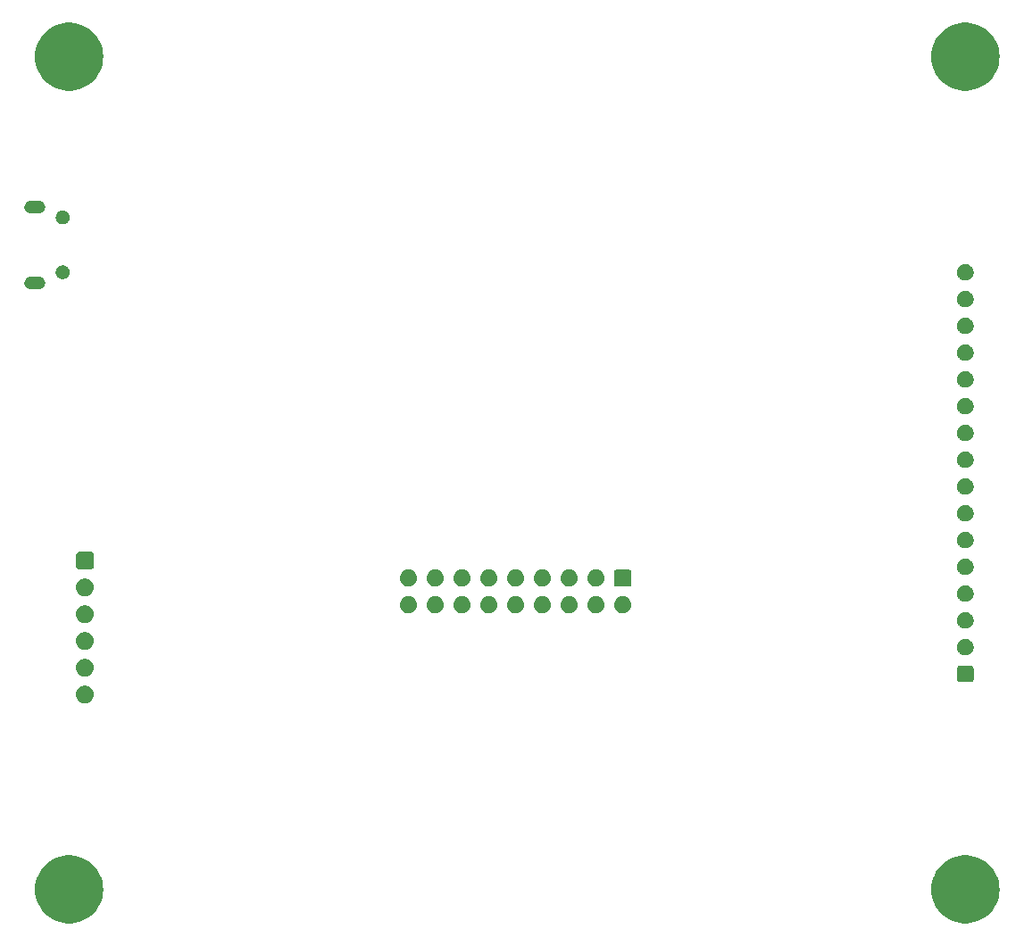
<source format=gbr>
%TF.GenerationSoftware,KiCad,Pcbnew,8.0.8*%
%TF.CreationDate,2025-03-28T17:24:47+01:00*%
%TF.ProjectId,mcu,6d63752e-6b69-4636-9164-5f7063625858,rev?*%
%TF.SameCoordinates,PX47868c0PY8583b00*%
%TF.FileFunction,Soldermask,Bot*%
%TF.FilePolarity,Negative*%
%FSLAX46Y46*%
G04 Gerber Fmt 4.6, Leading zero omitted, Abs format (unit mm)*
G04 Created by KiCad (PCBNEW 8.0.8) date 2025-03-28 17:24:47*
%MOMM*%
%LPD*%
G01*
G04 APERTURE LIST*
G04 APERTURE END LIST*
G36*
X6023850Y8695344D02*
G01*
X6366257Y8619975D01*
X6698507Y8508027D01*
X7016707Y8360812D01*
X7317124Y8180057D01*
X7596237Y7967881D01*
X7850773Y7726771D01*
X8077749Y7459554D01*
X8274504Y7169363D01*
X8438729Y6859601D01*
X8568501Y6533898D01*
X8662297Y6196074D01*
X8719019Y5850089D01*
X8738000Y5500000D01*
X8719019Y5149911D01*
X8662297Y4803926D01*
X8568501Y4466102D01*
X8438729Y4140399D01*
X8274504Y3830637D01*
X8077749Y3540446D01*
X7850773Y3273229D01*
X7596237Y3032119D01*
X7317124Y2819943D01*
X7016707Y2639188D01*
X6698507Y2491973D01*
X6366257Y2380025D01*
X6023850Y2304656D01*
X5675302Y2266749D01*
X5324698Y2266749D01*
X4976150Y2304656D01*
X4633743Y2380025D01*
X4301493Y2491973D01*
X3983293Y2639188D01*
X3682876Y2819943D01*
X3403763Y3032119D01*
X3149227Y3273229D01*
X2922251Y3540446D01*
X2725496Y3830637D01*
X2561271Y4140399D01*
X2431499Y4466102D01*
X2337703Y4803926D01*
X2280981Y5149911D01*
X2262000Y5500000D01*
X2280981Y5850089D01*
X2337703Y6196074D01*
X2431499Y6533898D01*
X2561271Y6859601D01*
X2725496Y7169363D01*
X2922251Y7459554D01*
X3149227Y7726771D01*
X3403763Y7967881D01*
X3682876Y8180057D01*
X3983293Y8360812D01*
X4301493Y8508027D01*
X4633743Y8619975D01*
X4976150Y8695344D01*
X5324698Y8733251D01*
X5675302Y8733251D01*
X6023850Y8695344D01*
G37*
G36*
X91023850Y8695344D02*
G01*
X91366257Y8619975D01*
X91698507Y8508027D01*
X92016707Y8360812D01*
X92317124Y8180057D01*
X92596237Y7967881D01*
X92850773Y7726771D01*
X93077749Y7459554D01*
X93274504Y7169363D01*
X93438729Y6859601D01*
X93568501Y6533898D01*
X93662297Y6196074D01*
X93719019Y5850089D01*
X93738000Y5500000D01*
X93719019Y5149911D01*
X93662297Y4803926D01*
X93568501Y4466102D01*
X93438729Y4140399D01*
X93274504Y3830637D01*
X93077749Y3540446D01*
X92850773Y3273229D01*
X92596237Y3032119D01*
X92317124Y2819943D01*
X92016707Y2639188D01*
X91698507Y2491973D01*
X91366257Y2380025D01*
X91023850Y2304656D01*
X90675302Y2266749D01*
X90324698Y2266749D01*
X89976150Y2304656D01*
X89633743Y2380025D01*
X89301493Y2491973D01*
X88983293Y2639188D01*
X88682876Y2819943D01*
X88403763Y3032119D01*
X88149227Y3273229D01*
X87922251Y3540446D01*
X87725496Y3830637D01*
X87561271Y4140399D01*
X87431499Y4466102D01*
X87337703Y4803926D01*
X87280981Y5149911D01*
X87262000Y5500000D01*
X87280981Y5850089D01*
X87337703Y6196074D01*
X87431499Y6533898D01*
X87561271Y6859601D01*
X87725496Y7169363D01*
X87922251Y7459554D01*
X88149227Y7726771D01*
X88403763Y7967881D01*
X88682876Y8180057D01*
X88983293Y8360812D01*
X89301493Y8508027D01*
X89633743Y8619975D01*
X89976150Y8695344D01*
X90324698Y8733251D01*
X90675302Y8733251D01*
X91023850Y8695344D01*
G37*
G36*
X7259729Y24799363D02*
G01*
X7420250Y24727894D01*
X7562404Y24624613D01*
X7679979Y24494034D01*
X7767835Y24341862D01*
X7822133Y24174750D01*
X7840500Y24000000D01*
X7822133Y23825250D01*
X7767835Y23658138D01*
X7679979Y23505966D01*
X7562404Y23375387D01*
X7420250Y23272106D01*
X7259729Y23200637D01*
X7087856Y23164104D01*
X6912144Y23164104D01*
X6740271Y23200637D01*
X6579750Y23272106D01*
X6437596Y23375387D01*
X6320021Y23505966D01*
X6232165Y23658138D01*
X6177867Y23825250D01*
X6159500Y24000000D01*
X6177867Y24174750D01*
X6232165Y24341862D01*
X6320021Y24494034D01*
X6437596Y24624613D01*
X6579750Y24727894D01*
X6740271Y24799363D01*
X6912144Y24835896D01*
X7087856Y24835896D01*
X7259729Y24799363D01*
G37*
G36*
X91065938Y26730350D02*
G01*
X91074782Y26726445D01*
X91081336Y26725490D01*
X91122310Y26705459D01*
X91162759Y26687599D01*
X91166503Y26683855D01*
X91166848Y26683686D01*
X91233685Y26616849D01*
X91233853Y26616505D01*
X91237599Y26612759D01*
X91255463Y26572300D01*
X91275489Y26531337D01*
X91276443Y26524786D01*
X91280350Y26515938D01*
X91288000Y26450000D01*
X91288000Y25450000D01*
X91280350Y25384062D01*
X91276443Y25375215D01*
X91275489Y25368664D01*
X91255468Y25327711D01*
X91237599Y25287241D01*
X91233852Y25283495D01*
X91233685Y25283152D01*
X91166848Y25216315D01*
X91166505Y25216148D01*
X91162759Y25212401D01*
X91122289Y25194532D01*
X91081336Y25174511D01*
X91074785Y25173557D01*
X91065938Y25169650D01*
X91000000Y25162000D01*
X90000000Y25162000D01*
X89934062Y25169650D01*
X89925214Y25173557D01*
X89918663Y25174511D01*
X89877700Y25194537D01*
X89837241Y25212401D01*
X89833495Y25216147D01*
X89833151Y25216315D01*
X89766314Y25283152D01*
X89766145Y25283497D01*
X89762401Y25287241D01*
X89744541Y25327690D01*
X89724510Y25368664D01*
X89723555Y25375218D01*
X89719650Y25384062D01*
X89712000Y25450000D01*
X89712000Y26450000D01*
X89719650Y26515938D01*
X89723554Y26524782D01*
X89724510Y26531337D01*
X89744545Y26572322D01*
X89762401Y26612759D01*
X89766144Y26616503D01*
X89766314Y26616849D01*
X89833151Y26683686D01*
X89833497Y26683856D01*
X89837241Y26687599D01*
X89877678Y26705455D01*
X89918663Y26725490D01*
X89925218Y26726446D01*
X89934062Y26730350D01*
X90000000Y26738000D01*
X91000000Y26738000D01*
X91065938Y26730350D01*
G37*
G36*
X7259729Y27339363D02*
G01*
X7420250Y27267894D01*
X7562404Y27164613D01*
X7679979Y27034034D01*
X7767835Y26881862D01*
X7822133Y26714750D01*
X7840500Y26540000D01*
X7822133Y26365250D01*
X7767835Y26198138D01*
X7679979Y26045966D01*
X7562404Y25915387D01*
X7420250Y25812106D01*
X7259729Y25740637D01*
X7087856Y25704104D01*
X6912144Y25704104D01*
X6740271Y25740637D01*
X6579750Y25812106D01*
X6437596Y25915387D01*
X6320021Y26045966D01*
X6232165Y26198138D01*
X6177867Y26365250D01*
X6159500Y26540000D01*
X6177867Y26714750D01*
X6232165Y26881862D01*
X6320021Y27034034D01*
X6437596Y27164613D01*
X6579750Y27267894D01*
X6740271Y27339363D01*
X6912144Y27375896D01*
X7087856Y27375896D01*
X7259729Y27339363D01*
G37*
G36*
X90541349Y29273341D02*
G01*
X90582334Y29273341D01*
X90628570Y29263514D01*
X90675346Y29258243D01*
X90709356Y29246343D01*
X90743396Y29239107D01*
X90792454Y29217265D01*
X90841900Y29199963D01*
X90867637Y29183792D01*
X90893829Y29172130D01*
X90942663Y29136650D01*
X90991310Y29106083D01*
X91008781Y29088612D01*
X91027044Y29075343D01*
X91072194Y29025199D01*
X91116083Y28981310D01*
X91126177Y28965245D01*
X91137227Y28952973D01*
X91175024Y28887505D01*
X91209963Y28831900D01*
X91214326Y28819432D01*
X91219558Y28810369D01*
X91246356Y28727894D01*
X91268243Y28665346D01*
X91269072Y28657983D01*
X91270443Y28653765D01*
X91282866Y28535560D01*
X91288000Y28490000D01*
X91282866Y28444437D01*
X91270443Y28326236D01*
X91269072Y28322020D01*
X91268243Y28314654D01*
X91246351Y28252094D01*
X91219558Y28169632D01*
X91214326Y28160572D01*
X91209963Y28148100D01*
X91175017Y28092485D01*
X91137227Y28027028D01*
X91126179Y28014759D01*
X91116083Y27998690D01*
X91072185Y27954793D01*
X91027044Y27904658D01*
X91008784Y27891392D01*
X90991310Y27873917D01*
X90942653Y27843344D01*
X90893829Y27807871D01*
X90867642Y27796213D01*
X90841900Y27780037D01*
X90792443Y27762732D01*
X90743396Y27740894D01*
X90709362Y27733660D01*
X90675346Y27721757D01*
X90628567Y27716487D01*
X90582334Y27706659D01*
X90541349Y27706659D01*
X90500000Y27702000D01*
X90458651Y27706659D01*
X90417666Y27706659D01*
X90371432Y27716487D01*
X90324654Y27721757D01*
X90290638Y27733660D01*
X90256603Y27740894D01*
X90207551Y27762734D01*
X90158100Y27780037D01*
X90132359Y27796211D01*
X90106170Y27807871D01*
X90057339Y27843349D01*
X90008690Y27873917D01*
X89991217Y27891390D01*
X89972955Y27904658D01*
X89927804Y27954803D01*
X89883917Y27998690D01*
X89873822Y28014755D01*
X89862772Y28027028D01*
X89824970Y28092505D01*
X89790037Y28148100D01*
X89785674Y28160567D01*
X89780441Y28169632D01*
X89753634Y28252134D01*
X89731757Y28314654D01*
X89730927Y28322015D01*
X89729556Y28326236D01*
X89717118Y28444569D01*
X89712000Y28490000D01*
X89717118Y28535428D01*
X89729556Y28653765D01*
X89730927Y28657987D01*
X89731757Y28665346D01*
X89753629Y28727854D01*
X89780441Y28810369D01*
X89785675Y28819436D01*
X89790037Y28831900D01*
X89824962Y28887485D01*
X89862772Y28952973D01*
X89873824Y28965249D01*
X89883917Y28981310D01*
X89927795Y29025189D01*
X89972955Y29075343D01*
X89991221Y29088615D01*
X90008690Y29106083D01*
X90057334Y29136648D01*
X90106171Y29172130D01*
X90132362Y29183792D01*
X90158100Y29199963D01*
X90207545Y29217265D01*
X90256604Y29239107D01*
X90290643Y29246343D01*
X90324654Y29258243D01*
X90371429Y29263514D01*
X90417666Y29273341D01*
X90458651Y29273341D01*
X90500000Y29278000D01*
X90541349Y29273341D01*
G37*
G36*
X7259729Y29879363D02*
G01*
X7420250Y29807894D01*
X7562404Y29704613D01*
X7679979Y29574034D01*
X7767835Y29421862D01*
X7822133Y29254750D01*
X7840500Y29080000D01*
X7822133Y28905250D01*
X7767835Y28738138D01*
X7679979Y28585966D01*
X7562404Y28455387D01*
X7420250Y28352106D01*
X7259729Y28280637D01*
X7087856Y28244104D01*
X6912144Y28244104D01*
X6740271Y28280637D01*
X6579750Y28352106D01*
X6437596Y28455387D01*
X6320021Y28585966D01*
X6232165Y28738138D01*
X6177867Y28905250D01*
X6159500Y29080000D01*
X6177867Y29254750D01*
X6232165Y29421862D01*
X6320021Y29574034D01*
X6437596Y29704613D01*
X6579750Y29807894D01*
X6740271Y29879363D01*
X6912144Y29915896D01*
X7087856Y29915896D01*
X7259729Y29879363D01*
G37*
G36*
X90541349Y31813341D02*
G01*
X90582334Y31813341D01*
X90628570Y31803514D01*
X90675346Y31798243D01*
X90709356Y31786343D01*
X90743396Y31779107D01*
X90792454Y31757265D01*
X90841900Y31739963D01*
X90867637Y31723792D01*
X90893829Y31712130D01*
X90942663Y31676650D01*
X90991310Y31646083D01*
X91008781Y31628612D01*
X91027044Y31615343D01*
X91072194Y31565199D01*
X91116083Y31521310D01*
X91126177Y31505245D01*
X91137227Y31492973D01*
X91175024Y31427505D01*
X91209963Y31371900D01*
X91214326Y31359432D01*
X91219558Y31350369D01*
X91246356Y31267894D01*
X91268243Y31205346D01*
X91269072Y31197983D01*
X91270443Y31193765D01*
X91282866Y31075560D01*
X91288000Y31030000D01*
X91282866Y30984437D01*
X91270443Y30866236D01*
X91269072Y30862020D01*
X91268243Y30854654D01*
X91246351Y30792094D01*
X91219558Y30709632D01*
X91214326Y30700572D01*
X91209963Y30688100D01*
X91175017Y30632485D01*
X91137227Y30567028D01*
X91126179Y30554759D01*
X91116083Y30538690D01*
X91072185Y30494793D01*
X91027044Y30444658D01*
X91008784Y30431392D01*
X90991310Y30413917D01*
X90942653Y30383344D01*
X90893829Y30347871D01*
X90867642Y30336213D01*
X90841900Y30320037D01*
X90792443Y30302732D01*
X90743396Y30280894D01*
X90709362Y30273660D01*
X90675346Y30261757D01*
X90628567Y30256487D01*
X90582334Y30246659D01*
X90541349Y30246659D01*
X90500000Y30242000D01*
X90458651Y30246659D01*
X90417666Y30246659D01*
X90371432Y30256487D01*
X90324654Y30261757D01*
X90290638Y30273660D01*
X90256603Y30280894D01*
X90207551Y30302734D01*
X90158100Y30320037D01*
X90132359Y30336211D01*
X90106170Y30347871D01*
X90057339Y30383349D01*
X90008690Y30413917D01*
X89991217Y30431390D01*
X89972955Y30444658D01*
X89927804Y30494803D01*
X89883917Y30538690D01*
X89873822Y30554755D01*
X89862772Y30567028D01*
X89824970Y30632505D01*
X89790037Y30688100D01*
X89785674Y30700567D01*
X89780441Y30709632D01*
X89753634Y30792134D01*
X89731757Y30854654D01*
X89730927Y30862015D01*
X89729556Y30866236D01*
X89717118Y30984569D01*
X89712000Y31030000D01*
X89717118Y31075428D01*
X89729556Y31193765D01*
X89730927Y31197987D01*
X89731757Y31205346D01*
X89753629Y31267854D01*
X89780441Y31350369D01*
X89785675Y31359436D01*
X89790037Y31371900D01*
X89824962Y31427485D01*
X89862772Y31492973D01*
X89873824Y31505249D01*
X89883917Y31521310D01*
X89927795Y31565189D01*
X89972955Y31615343D01*
X89991221Y31628615D01*
X90008690Y31646083D01*
X90057334Y31676648D01*
X90106171Y31712130D01*
X90132362Y31723792D01*
X90158100Y31739963D01*
X90207545Y31757265D01*
X90256604Y31779107D01*
X90290643Y31786343D01*
X90324654Y31798243D01*
X90371429Y31803514D01*
X90417666Y31813341D01*
X90458651Y31813341D01*
X90500000Y31818000D01*
X90541349Y31813341D01*
G37*
G36*
X7259729Y32419363D02*
G01*
X7420250Y32347894D01*
X7562404Y32244613D01*
X7679979Y32114034D01*
X7767835Y31961862D01*
X7822133Y31794750D01*
X7840500Y31620000D01*
X7822133Y31445250D01*
X7767835Y31278138D01*
X7679979Y31125966D01*
X7562404Y30995387D01*
X7420250Y30892106D01*
X7259729Y30820637D01*
X7087856Y30784104D01*
X6912144Y30784104D01*
X6740271Y30820637D01*
X6579750Y30892106D01*
X6437596Y30995387D01*
X6320021Y31125966D01*
X6232165Y31278138D01*
X6177867Y31445250D01*
X6159500Y31620000D01*
X6177867Y31794750D01*
X6232165Y31961862D01*
X6320021Y32114034D01*
X6437596Y32244613D01*
X6579750Y32347894D01*
X6740271Y32419363D01*
X6912144Y32455896D01*
X7087856Y32455896D01*
X7259729Y32419363D01*
G37*
G36*
X37935094Y33285097D02*
G01*
X38092750Y33214904D01*
X38232367Y33113466D01*
X38347844Y32985217D01*
X38434132Y32835761D01*
X38487461Y32671631D01*
X38505500Y32500000D01*
X38487461Y32328369D01*
X38434132Y32164239D01*
X38347844Y32014783D01*
X38232367Y31886534D01*
X38092750Y31785096D01*
X37935094Y31714903D01*
X37766288Y31679022D01*
X37593712Y31679022D01*
X37424906Y31714903D01*
X37267250Y31785096D01*
X37127633Y31886534D01*
X37012156Y32014783D01*
X36925868Y32164239D01*
X36872539Y32328369D01*
X36854500Y32500000D01*
X36872539Y32671631D01*
X36925868Y32835761D01*
X37012156Y32985217D01*
X37127633Y33113466D01*
X37267250Y33214904D01*
X37424906Y33285097D01*
X37593712Y33320978D01*
X37766288Y33320978D01*
X37935094Y33285097D01*
G37*
G36*
X40475094Y33285097D02*
G01*
X40632750Y33214904D01*
X40772367Y33113466D01*
X40887844Y32985217D01*
X40974132Y32835761D01*
X41027461Y32671631D01*
X41045500Y32500000D01*
X41027461Y32328369D01*
X40974132Y32164239D01*
X40887844Y32014783D01*
X40772367Y31886534D01*
X40632750Y31785096D01*
X40475094Y31714903D01*
X40306288Y31679022D01*
X40133712Y31679022D01*
X39964906Y31714903D01*
X39807250Y31785096D01*
X39667633Y31886534D01*
X39552156Y32014783D01*
X39465868Y32164239D01*
X39412539Y32328369D01*
X39394500Y32500000D01*
X39412539Y32671631D01*
X39465868Y32835761D01*
X39552156Y32985217D01*
X39667633Y33113466D01*
X39807250Y33214904D01*
X39964906Y33285097D01*
X40133712Y33320978D01*
X40306288Y33320978D01*
X40475094Y33285097D01*
G37*
G36*
X43015094Y33285097D02*
G01*
X43172750Y33214904D01*
X43312367Y33113466D01*
X43427844Y32985217D01*
X43514132Y32835761D01*
X43567461Y32671631D01*
X43585500Y32500000D01*
X43567461Y32328369D01*
X43514132Y32164239D01*
X43427844Y32014783D01*
X43312367Y31886534D01*
X43172750Y31785096D01*
X43015094Y31714903D01*
X42846288Y31679022D01*
X42673712Y31679022D01*
X42504906Y31714903D01*
X42347250Y31785096D01*
X42207633Y31886534D01*
X42092156Y32014783D01*
X42005868Y32164239D01*
X41952539Y32328369D01*
X41934500Y32500000D01*
X41952539Y32671631D01*
X42005868Y32835761D01*
X42092156Y32985217D01*
X42207633Y33113466D01*
X42347250Y33214904D01*
X42504906Y33285097D01*
X42673712Y33320978D01*
X42846288Y33320978D01*
X43015094Y33285097D01*
G37*
G36*
X45555094Y33285097D02*
G01*
X45712750Y33214904D01*
X45852367Y33113466D01*
X45967844Y32985217D01*
X46054132Y32835761D01*
X46107461Y32671631D01*
X46125500Y32500000D01*
X46107461Y32328369D01*
X46054132Y32164239D01*
X45967844Y32014783D01*
X45852367Y31886534D01*
X45712750Y31785096D01*
X45555094Y31714903D01*
X45386288Y31679022D01*
X45213712Y31679022D01*
X45044906Y31714903D01*
X44887250Y31785096D01*
X44747633Y31886534D01*
X44632156Y32014783D01*
X44545868Y32164239D01*
X44492539Y32328369D01*
X44474500Y32500000D01*
X44492539Y32671631D01*
X44545868Y32835761D01*
X44632156Y32985217D01*
X44747633Y33113466D01*
X44887250Y33214904D01*
X45044906Y33285097D01*
X45213712Y33320978D01*
X45386288Y33320978D01*
X45555094Y33285097D01*
G37*
G36*
X48095094Y33285097D02*
G01*
X48252750Y33214904D01*
X48392367Y33113466D01*
X48507844Y32985217D01*
X48594132Y32835761D01*
X48647461Y32671631D01*
X48665500Y32500000D01*
X48647461Y32328369D01*
X48594132Y32164239D01*
X48507844Y32014783D01*
X48392367Y31886534D01*
X48252750Y31785096D01*
X48095094Y31714903D01*
X47926288Y31679022D01*
X47753712Y31679022D01*
X47584906Y31714903D01*
X47427250Y31785096D01*
X47287633Y31886534D01*
X47172156Y32014783D01*
X47085868Y32164239D01*
X47032539Y32328369D01*
X47014500Y32500000D01*
X47032539Y32671631D01*
X47085868Y32835761D01*
X47172156Y32985217D01*
X47287633Y33113466D01*
X47427250Y33214904D01*
X47584906Y33285097D01*
X47753712Y33320978D01*
X47926288Y33320978D01*
X48095094Y33285097D01*
G37*
G36*
X50635094Y33285097D02*
G01*
X50792750Y33214904D01*
X50932367Y33113466D01*
X51047844Y32985217D01*
X51134132Y32835761D01*
X51187461Y32671631D01*
X51205500Y32500000D01*
X51187461Y32328369D01*
X51134132Y32164239D01*
X51047844Y32014783D01*
X50932367Y31886534D01*
X50792750Y31785096D01*
X50635094Y31714903D01*
X50466288Y31679022D01*
X50293712Y31679022D01*
X50124906Y31714903D01*
X49967250Y31785096D01*
X49827633Y31886534D01*
X49712156Y32014783D01*
X49625868Y32164239D01*
X49572539Y32328369D01*
X49554500Y32500000D01*
X49572539Y32671631D01*
X49625868Y32835761D01*
X49712156Y32985217D01*
X49827633Y33113466D01*
X49967250Y33214904D01*
X50124906Y33285097D01*
X50293712Y33320978D01*
X50466288Y33320978D01*
X50635094Y33285097D01*
G37*
G36*
X53175094Y33285097D02*
G01*
X53332750Y33214904D01*
X53472367Y33113466D01*
X53587844Y32985217D01*
X53674132Y32835761D01*
X53727461Y32671631D01*
X53745500Y32500000D01*
X53727461Y32328369D01*
X53674132Y32164239D01*
X53587844Y32014783D01*
X53472367Y31886534D01*
X53332750Y31785096D01*
X53175094Y31714903D01*
X53006288Y31679022D01*
X52833712Y31679022D01*
X52664906Y31714903D01*
X52507250Y31785096D01*
X52367633Y31886534D01*
X52252156Y32014783D01*
X52165868Y32164239D01*
X52112539Y32328369D01*
X52094500Y32500000D01*
X52112539Y32671631D01*
X52165868Y32835761D01*
X52252156Y32985217D01*
X52367633Y33113466D01*
X52507250Y33214904D01*
X52664906Y33285097D01*
X52833712Y33320978D01*
X53006288Y33320978D01*
X53175094Y33285097D01*
G37*
G36*
X55715094Y33285097D02*
G01*
X55872750Y33214904D01*
X56012367Y33113466D01*
X56127844Y32985217D01*
X56214132Y32835761D01*
X56267461Y32671631D01*
X56285500Y32500000D01*
X56267461Y32328369D01*
X56214132Y32164239D01*
X56127844Y32014783D01*
X56012367Y31886534D01*
X55872750Y31785096D01*
X55715094Y31714903D01*
X55546288Y31679022D01*
X55373712Y31679022D01*
X55204906Y31714903D01*
X55047250Y31785096D01*
X54907633Y31886534D01*
X54792156Y32014783D01*
X54705868Y32164239D01*
X54652539Y32328369D01*
X54634500Y32500000D01*
X54652539Y32671631D01*
X54705868Y32835761D01*
X54792156Y32985217D01*
X54907633Y33113466D01*
X55047250Y33214904D01*
X55204906Y33285097D01*
X55373712Y33320978D01*
X55546288Y33320978D01*
X55715094Y33285097D01*
G37*
G36*
X58255094Y33285097D02*
G01*
X58412750Y33214904D01*
X58552367Y33113466D01*
X58667844Y32985217D01*
X58754132Y32835761D01*
X58807461Y32671631D01*
X58825500Y32500000D01*
X58807461Y32328369D01*
X58754132Y32164239D01*
X58667844Y32014783D01*
X58552367Y31886534D01*
X58412750Y31785096D01*
X58255094Y31714903D01*
X58086288Y31679022D01*
X57913712Y31679022D01*
X57744906Y31714903D01*
X57587250Y31785096D01*
X57447633Y31886534D01*
X57332156Y32014783D01*
X57245868Y32164239D01*
X57192539Y32328369D01*
X57174500Y32500000D01*
X57192539Y32671631D01*
X57245868Y32835761D01*
X57332156Y32985217D01*
X57447633Y33113466D01*
X57587250Y33214904D01*
X57744906Y33285097D01*
X57913712Y33320978D01*
X58086288Y33320978D01*
X58255094Y33285097D01*
G37*
G36*
X90541349Y34353341D02*
G01*
X90582334Y34353341D01*
X90628570Y34343514D01*
X90675346Y34338243D01*
X90709356Y34326343D01*
X90743396Y34319107D01*
X90792454Y34297265D01*
X90841900Y34279963D01*
X90867637Y34263792D01*
X90893829Y34252130D01*
X90942663Y34216650D01*
X90991310Y34186083D01*
X91008781Y34168612D01*
X91027044Y34155343D01*
X91072194Y34105199D01*
X91116083Y34061310D01*
X91126177Y34045245D01*
X91137227Y34032973D01*
X91175024Y33967505D01*
X91209963Y33911900D01*
X91214326Y33899432D01*
X91219558Y33890369D01*
X91246356Y33807894D01*
X91268243Y33745346D01*
X91269072Y33737983D01*
X91270443Y33733765D01*
X91282866Y33615560D01*
X91288000Y33570000D01*
X91282866Y33524437D01*
X91270443Y33406236D01*
X91269072Y33402020D01*
X91268243Y33394654D01*
X91246351Y33332094D01*
X91219558Y33249632D01*
X91214326Y33240572D01*
X91209963Y33228100D01*
X91175017Y33172485D01*
X91137227Y33107028D01*
X91126179Y33094759D01*
X91116083Y33078690D01*
X91072185Y33034793D01*
X91027044Y32984658D01*
X91008784Y32971392D01*
X90991310Y32953917D01*
X90942653Y32923344D01*
X90893829Y32887871D01*
X90867642Y32876213D01*
X90841900Y32860037D01*
X90792443Y32842732D01*
X90743396Y32820894D01*
X90709362Y32813660D01*
X90675346Y32801757D01*
X90628567Y32796487D01*
X90582334Y32786659D01*
X90541349Y32786659D01*
X90500000Y32782000D01*
X90458651Y32786659D01*
X90417666Y32786659D01*
X90371432Y32796487D01*
X90324654Y32801757D01*
X90290638Y32813660D01*
X90256603Y32820894D01*
X90207551Y32842734D01*
X90158100Y32860037D01*
X90132359Y32876211D01*
X90106170Y32887871D01*
X90057339Y32923349D01*
X90008690Y32953917D01*
X89991217Y32971390D01*
X89972955Y32984658D01*
X89927804Y33034803D01*
X89883917Y33078690D01*
X89873822Y33094755D01*
X89862772Y33107028D01*
X89824970Y33172505D01*
X89790037Y33228100D01*
X89785674Y33240567D01*
X89780441Y33249632D01*
X89753634Y33332134D01*
X89731757Y33394654D01*
X89730927Y33402015D01*
X89729556Y33406236D01*
X89717118Y33524569D01*
X89712000Y33570000D01*
X89717118Y33615428D01*
X89729556Y33733765D01*
X89730927Y33737987D01*
X89731757Y33745346D01*
X89753629Y33807854D01*
X89780441Y33890369D01*
X89785675Y33899436D01*
X89790037Y33911900D01*
X89824962Y33967485D01*
X89862772Y34032973D01*
X89873824Y34045249D01*
X89883917Y34061310D01*
X89927795Y34105189D01*
X89972955Y34155343D01*
X89991221Y34168615D01*
X90008690Y34186083D01*
X90057334Y34216648D01*
X90106171Y34252130D01*
X90132362Y34263792D01*
X90158100Y34279963D01*
X90207545Y34297265D01*
X90256604Y34319107D01*
X90290643Y34326343D01*
X90324654Y34338243D01*
X90371429Y34343514D01*
X90417666Y34353341D01*
X90458651Y34353341D01*
X90500000Y34358000D01*
X90541349Y34353341D01*
G37*
G36*
X7259729Y34959363D02*
G01*
X7420250Y34887894D01*
X7562404Y34784613D01*
X7679979Y34654034D01*
X7767835Y34501862D01*
X7822133Y34334750D01*
X7840500Y34160000D01*
X7822133Y33985250D01*
X7767835Y33818138D01*
X7679979Y33665966D01*
X7562404Y33535387D01*
X7420250Y33432106D01*
X7259729Y33360637D01*
X7087856Y33324104D01*
X6912144Y33324104D01*
X6740271Y33360637D01*
X6579750Y33432106D01*
X6437596Y33535387D01*
X6320021Y33665966D01*
X6232165Y33818138D01*
X6177867Y33985250D01*
X6159500Y34160000D01*
X6177867Y34334750D01*
X6232165Y34501862D01*
X6320021Y34654034D01*
X6437596Y34784613D01*
X6579750Y34887894D01*
X6740271Y34959363D01*
X6912144Y34995896D01*
X7087856Y34995896D01*
X7259729Y34959363D01*
G37*
G36*
X58603438Y35857850D02*
G01*
X58612282Y35853945D01*
X58618836Y35852990D01*
X58659810Y35832959D01*
X58700259Y35815099D01*
X58704003Y35811355D01*
X58704348Y35811186D01*
X58771185Y35744349D01*
X58771353Y35744005D01*
X58775099Y35740259D01*
X58792963Y35699800D01*
X58812989Y35658837D01*
X58813943Y35652286D01*
X58817850Y35643438D01*
X58825500Y35577500D01*
X58825500Y34502500D01*
X58817850Y34436562D01*
X58813943Y34427715D01*
X58812989Y34421164D01*
X58792968Y34380211D01*
X58775099Y34339741D01*
X58771352Y34335995D01*
X58771185Y34335652D01*
X58704348Y34268815D01*
X58704005Y34268648D01*
X58700259Y34264901D01*
X58659789Y34247032D01*
X58618836Y34227011D01*
X58612285Y34226057D01*
X58603438Y34222150D01*
X58537500Y34214500D01*
X57462500Y34214500D01*
X57396562Y34222150D01*
X57387714Y34226057D01*
X57381163Y34227011D01*
X57340200Y34247037D01*
X57299741Y34264901D01*
X57295995Y34268647D01*
X57295651Y34268815D01*
X57228814Y34335652D01*
X57228645Y34335997D01*
X57224901Y34339741D01*
X57207041Y34380190D01*
X57187010Y34421164D01*
X57186055Y34427718D01*
X57182150Y34436562D01*
X57174500Y34502500D01*
X57174500Y35577500D01*
X57182150Y35643438D01*
X57186054Y35652282D01*
X57187010Y35658837D01*
X57207045Y35699822D01*
X57224901Y35740259D01*
X57228644Y35744003D01*
X57228814Y35744349D01*
X57295651Y35811186D01*
X57295997Y35811356D01*
X57299741Y35815099D01*
X57340178Y35832955D01*
X57381163Y35852990D01*
X57387718Y35853946D01*
X57396562Y35857850D01*
X57462500Y35865500D01*
X58537500Y35865500D01*
X58603438Y35857850D01*
G37*
G36*
X37935094Y35825097D02*
G01*
X38092750Y35754904D01*
X38232367Y35653466D01*
X38347844Y35525217D01*
X38434132Y35375761D01*
X38487461Y35211631D01*
X38505500Y35040000D01*
X38487461Y34868369D01*
X38434132Y34704239D01*
X38347844Y34554783D01*
X38232367Y34426534D01*
X38092750Y34325096D01*
X37935094Y34254903D01*
X37766288Y34219022D01*
X37593712Y34219022D01*
X37424906Y34254903D01*
X37267250Y34325096D01*
X37127633Y34426534D01*
X37012156Y34554783D01*
X36925868Y34704239D01*
X36872539Y34868369D01*
X36854500Y35040000D01*
X36872539Y35211631D01*
X36925868Y35375761D01*
X37012156Y35525217D01*
X37127633Y35653466D01*
X37267250Y35754904D01*
X37424906Y35825097D01*
X37593712Y35860978D01*
X37766288Y35860978D01*
X37935094Y35825097D01*
G37*
G36*
X40475094Y35825097D02*
G01*
X40632750Y35754904D01*
X40772367Y35653466D01*
X40887844Y35525217D01*
X40974132Y35375761D01*
X41027461Y35211631D01*
X41045500Y35040000D01*
X41027461Y34868369D01*
X40974132Y34704239D01*
X40887844Y34554783D01*
X40772367Y34426534D01*
X40632750Y34325096D01*
X40475094Y34254903D01*
X40306288Y34219022D01*
X40133712Y34219022D01*
X39964906Y34254903D01*
X39807250Y34325096D01*
X39667633Y34426534D01*
X39552156Y34554783D01*
X39465868Y34704239D01*
X39412539Y34868369D01*
X39394500Y35040000D01*
X39412539Y35211631D01*
X39465868Y35375761D01*
X39552156Y35525217D01*
X39667633Y35653466D01*
X39807250Y35754904D01*
X39964906Y35825097D01*
X40133712Y35860978D01*
X40306288Y35860978D01*
X40475094Y35825097D01*
G37*
G36*
X43015094Y35825097D02*
G01*
X43172750Y35754904D01*
X43312367Y35653466D01*
X43427844Y35525217D01*
X43514132Y35375761D01*
X43567461Y35211631D01*
X43585500Y35040000D01*
X43567461Y34868369D01*
X43514132Y34704239D01*
X43427844Y34554783D01*
X43312367Y34426534D01*
X43172750Y34325096D01*
X43015094Y34254903D01*
X42846288Y34219022D01*
X42673712Y34219022D01*
X42504906Y34254903D01*
X42347250Y34325096D01*
X42207633Y34426534D01*
X42092156Y34554783D01*
X42005868Y34704239D01*
X41952539Y34868369D01*
X41934500Y35040000D01*
X41952539Y35211631D01*
X42005868Y35375761D01*
X42092156Y35525217D01*
X42207633Y35653466D01*
X42347250Y35754904D01*
X42504906Y35825097D01*
X42673712Y35860978D01*
X42846288Y35860978D01*
X43015094Y35825097D01*
G37*
G36*
X45555094Y35825097D02*
G01*
X45712750Y35754904D01*
X45852367Y35653466D01*
X45967844Y35525217D01*
X46054132Y35375761D01*
X46107461Y35211631D01*
X46125500Y35040000D01*
X46107461Y34868369D01*
X46054132Y34704239D01*
X45967844Y34554783D01*
X45852367Y34426534D01*
X45712750Y34325096D01*
X45555094Y34254903D01*
X45386288Y34219022D01*
X45213712Y34219022D01*
X45044906Y34254903D01*
X44887250Y34325096D01*
X44747633Y34426534D01*
X44632156Y34554783D01*
X44545868Y34704239D01*
X44492539Y34868369D01*
X44474500Y35040000D01*
X44492539Y35211631D01*
X44545868Y35375761D01*
X44632156Y35525217D01*
X44747633Y35653466D01*
X44887250Y35754904D01*
X45044906Y35825097D01*
X45213712Y35860978D01*
X45386288Y35860978D01*
X45555094Y35825097D01*
G37*
G36*
X48095094Y35825097D02*
G01*
X48252750Y35754904D01*
X48392367Y35653466D01*
X48507844Y35525217D01*
X48594132Y35375761D01*
X48647461Y35211631D01*
X48665500Y35040000D01*
X48647461Y34868369D01*
X48594132Y34704239D01*
X48507844Y34554783D01*
X48392367Y34426534D01*
X48252750Y34325096D01*
X48095094Y34254903D01*
X47926288Y34219022D01*
X47753712Y34219022D01*
X47584906Y34254903D01*
X47427250Y34325096D01*
X47287633Y34426534D01*
X47172156Y34554783D01*
X47085868Y34704239D01*
X47032539Y34868369D01*
X47014500Y35040000D01*
X47032539Y35211631D01*
X47085868Y35375761D01*
X47172156Y35525217D01*
X47287633Y35653466D01*
X47427250Y35754904D01*
X47584906Y35825097D01*
X47753712Y35860978D01*
X47926288Y35860978D01*
X48095094Y35825097D01*
G37*
G36*
X50635094Y35825097D02*
G01*
X50792750Y35754904D01*
X50932367Y35653466D01*
X51047844Y35525217D01*
X51134132Y35375761D01*
X51187461Y35211631D01*
X51205500Y35040000D01*
X51187461Y34868369D01*
X51134132Y34704239D01*
X51047844Y34554783D01*
X50932367Y34426534D01*
X50792750Y34325096D01*
X50635094Y34254903D01*
X50466288Y34219022D01*
X50293712Y34219022D01*
X50124906Y34254903D01*
X49967250Y34325096D01*
X49827633Y34426534D01*
X49712156Y34554783D01*
X49625868Y34704239D01*
X49572539Y34868369D01*
X49554500Y35040000D01*
X49572539Y35211631D01*
X49625868Y35375761D01*
X49712156Y35525217D01*
X49827633Y35653466D01*
X49967250Y35754904D01*
X50124906Y35825097D01*
X50293712Y35860978D01*
X50466288Y35860978D01*
X50635094Y35825097D01*
G37*
G36*
X53175094Y35825097D02*
G01*
X53332750Y35754904D01*
X53472367Y35653466D01*
X53587844Y35525217D01*
X53674132Y35375761D01*
X53727461Y35211631D01*
X53745500Y35040000D01*
X53727461Y34868369D01*
X53674132Y34704239D01*
X53587844Y34554783D01*
X53472367Y34426534D01*
X53332750Y34325096D01*
X53175094Y34254903D01*
X53006288Y34219022D01*
X52833712Y34219022D01*
X52664906Y34254903D01*
X52507250Y34325096D01*
X52367633Y34426534D01*
X52252156Y34554783D01*
X52165868Y34704239D01*
X52112539Y34868369D01*
X52094500Y35040000D01*
X52112539Y35211631D01*
X52165868Y35375761D01*
X52252156Y35525217D01*
X52367633Y35653466D01*
X52507250Y35754904D01*
X52664906Y35825097D01*
X52833712Y35860978D01*
X53006288Y35860978D01*
X53175094Y35825097D01*
G37*
G36*
X55715094Y35825097D02*
G01*
X55872750Y35754904D01*
X56012367Y35653466D01*
X56127844Y35525217D01*
X56214132Y35375761D01*
X56267461Y35211631D01*
X56285500Y35040000D01*
X56267461Y34868369D01*
X56214132Y34704239D01*
X56127844Y34554783D01*
X56012367Y34426534D01*
X55872750Y34325096D01*
X55715094Y34254903D01*
X55546288Y34219022D01*
X55373712Y34219022D01*
X55204906Y34254903D01*
X55047250Y34325096D01*
X54907633Y34426534D01*
X54792156Y34554783D01*
X54705868Y34704239D01*
X54652539Y34868369D01*
X54634500Y35040000D01*
X54652539Y35211631D01*
X54705868Y35375761D01*
X54792156Y35525217D01*
X54907633Y35653466D01*
X55047250Y35754904D01*
X55204906Y35825097D01*
X55373712Y35860978D01*
X55546288Y35860978D01*
X55715094Y35825097D01*
G37*
G36*
X90541349Y36893341D02*
G01*
X90582334Y36893341D01*
X90628570Y36883514D01*
X90675346Y36878243D01*
X90709356Y36866343D01*
X90743396Y36859107D01*
X90792454Y36837265D01*
X90841900Y36819963D01*
X90867637Y36803792D01*
X90893829Y36792130D01*
X90942663Y36756650D01*
X90991310Y36726083D01*
X91008781Y36708612D01*
X91027044Y36695343D01*
X91072194Y36645199D01*
X91116083Y36601310D01*
X91126177Y36585245D01*
X91137227Y36572973D01*
X91175024Y36507505D01*
X91209963Y36451900D01*
X91214326Y36439432D01*
X91219558Y36430369D01*
X91246356Y36347894D01*
X91268243Y36285346D01*
X91269072Y36277983D01*
X91270443Y36273765D01*
X91282866Y36155560D01*
X91288000Y36110000D01*
X91282866Y36064437D01*
X91270443Y35946236D01*
X91269072Y35942020D01*
X91268243Y35934654D01*
X91246351Y35872094D01*
X91219558Y35789632D01*
X91214326Y35780572D01*
X91209963Y35768100D01*
X91175017Y35712485D01*
X91137227Y35647028D01*
X91126179Y35634759D01*
X91116083Y35618690D01*
X91072185Y35574793D01*
X91027044Y35524658D01*
X91008784Y35511392D01*
X90991310Y35493917D01*
X90942653Y35463344D01*
X90893829Y35427871D01*
X90867642Y35416213D01*
X90841900Y35400037D01*
X90792443Y35382732D01*
X90743396Y35360894D01*
X90709362Y35353660D01*
X90675346Y35341757D01*
X90628567Y35336487D01*
X90582334Y35326659D01*
X90541349Y35326659D01*
X90500000Y35322000D01*
X90458651Y35326659D01*
X90417666Y35326659D01*
X90371432Y35336487D01*
X90324654Y35341757D01*
X90290638Y35353660D01*
X90256603Y35360894D01*
X90207551Y35382734D01*
X90158100Y35400037D01*
X90132359Y35416211D01*
X90106170Y35427871D01*
X90057339Y35463349D01*
X90008690Y35493917D01*
X89991217Y35511390D01*
X89972955Y35524658D01*
X89927804Y35574803D01*
X89883917Y35618690D01*
X89873822Y35634755D01*
X89862772Y35647028D01*
X89824970Y35712505D01*
X89790037Y35768100D01*
X89785674Y35780567D01*
X89780441Y35789632D01*
X89753634Y35872134D01*
X89731757Y35934654D01*
X89730927Y35942015D01*
X89729556Y35946236D01*
X89717118Y36064569D01*
X89712000Y36110000D01*
X89717118Y36155428D01*
X89729556Y36273765D01*
X89730927Y36277987D01*
X89731757Y36285346D01*
X89753629Y36347854D01*
X89780441Y36430369D01*
X89785675Y36439436D01*
X89790037Y36451900D01*
X89824962Y36507485D01*
X89862772Y36572973D01*
X89873824Y36585249D01*
X89883917Y36601310D01*
X89927795Y36645189D01*
X89972955Y36695343D01*
X89991221Y36708615D01*
X90008690Y36726083D01*
X90057334Y36756648D01*
X90106171Y36792130D01*
X90132362Y36803792D01*
X90158100Y36819963D01*
X90207545Y36837265D01*
X90256604Y36859107D01*
X90290643Y36866343D01*
X90324654Y36878243D01*
X90371429Y36883514D01*
X90417666Y36893341D01*
X90458651Y36893341D01*
X90500000Y36898000D01*
X90541349Y36893341D01*
G37*
G36*
X7618438Y37532850D02*
G01*
X7627282Y37528945D01*
X7633836Y37527990D01*
X7674810Y37507959D01*
X7715259Y37490099D01*
X7719003Y37486355D01*
X7719348Y37486186D01*
X7786185Y37419349D01*
X7786353Y37419005D01*
X7790099Y37415259D01*
X7807963Y37374800D01*
X7827989Y37333837D01*
X7828943Y37327286D01*
X7832850Y37318438D01*
X7840500Y37252500D01*
X7840500Y36147500D01*
X7832850Y36081562D01*
X7828943Y36072715D01*
X7827989Y36066164D01*
X7807968Y36025211D01*
X7790099Y35984741D01*
X7786352Y35980995D01*
X7786185Y35980652D01*
X7719348Y35913815D01*
X7719005Y35913648D01*
X7715259Y35909901D01*
X7674789Y35892032D01*
X7633836Y35872011D01*
X7627285Y35871057D01*
X7618438Y35867150D01*
X7552500Y35859500D01*
X6447500Y35859500D01*
X6381562Y35867150D01*
X6372714Y35871057D01*
X6366163Y35872011D01*
X6325200Y35892037D01*
X6284741Y35909901D01*
X6280995Y35913647D01*
X6280651Y35913815D01*
X6213814Y35980652D01*
X6213645Y35980997D01*
X6209901Y35984741D01*
X6192041Y36025190D01*
X6172010Y36066164D01*
X6171055Y36072718D01*
X6167150Y36081562D01*
X6159500Y36147500D01*
X6159500Y37252500D01*
X6167150Y37318438D01*
X6171054Y37327282D01*
X6172010Y37333837D01*
X6192045Y37374822D01*
X6209901Y37415259D01*
X6213644Y37419003D01*
X6213814Y37419349D01*
X6280651Y37486186D01*
X6280997Y37486356D01*
X6284741Y37490099D01*
X6325178Y37507955D01*
X6366163Y37527990D01*
X6372718Y37528946D01*
X6381562Y37532850D01*
X6447500Y37540500D01*
X7552500Y37540500D01*
X7618438Y37532850D01*
G37*
G36*
X90541349Y39433341D02*
G01*
X90582334Y39433341D01*
X90628570Y39423514D01*
X90675346Y39418243D01*
X90709356Y39406343D01*
X90743396Y39399107D01*
X90792454Y39377265D01*
X90841900Y39359963D01*
X90867637Y39343792D01*
X90893829Y39332130D01*
X90942663Y39296650D01*
X90991310Y39266083D01*
X91008781Y39248612D01*
X91027044Y39235343D01*
X91072194Y39185199D01*
X91116083Y39141310D01*
X91126177Y39125245D01*
X91137227Y39112973D01*
X91175024Y39047505D01*
X91209963Y38991900D01*
X91214326Y38979432D01*
X91219558Y38970369D01*
X91246356Y38887894D01*
X91268243Y38825346D01*
X91269072Y38817983D01*
X91270443Y38813765D01*
X91282866Y38695560D01*
X91288000Y38650000D01*
X91282866Y38604437D01*
X91270443Y38486236D01*
X91269072Y38482020D01*
X91268243Y38474654D01*
X91246351Y38412094D01*
X91219558Y38329632D01*
X91214326Y38320572D01*
X91209963Y38308100D01*
X91175017Y38252485D01*
X91137227Y38187028D01*
X91126179Y38174759D01*
X91116083Y38158690D01*
X91072185Y38114793D01*
X91027044Y38064658D01*
X91008784Y38051392D01*
X90991310Y38033917D01*
X90942653Y38003344D01*
X90893829Y37967871D01*
X90867642Y37956213D01*
X90841900Y37940037D01*
X90792443Y37922732D01*
X90743396Y37900894D01*
X90709362Y37893660D01*
X90675346Y37881757D01*
X90628567Y37876487D01*
X90582334Y37866659D01*
X90541349Y37866659D01*
X90500000Y37862000D01*
X90458651Y37866659D01*
X90417666Y37866659D01*
X90371432Y37876487D01*
X90324654Y37881757D01*
X90290638Y37893660D01*
X90256603Y37900894D01*
X90207551Y37922734D01*
X90158100Y37940037D01*
X90132359Y37956211D01*
X90106170Y37967871D01*
X90057339Y38003349D01*
X90008690Y38033917D01*
X89991217Y38051390D01*
X89972955Y38064658D01*
X89927804Y38114803D01*
X89883917Y38158690D01*
X89873822Y38174755D01*
X89862772Y38187028D01*
X89824970Y38252505D01*
X89790037Y38308100D01*
X89785674Y38320567D01*
X89780441Y38329632D01*
X89753634Y38412134D01*
X89731757Y38474654D01*
X89730927Y38482015D01*
X89729556Y38486236D01*
X89717118Y38604569D01*
X89712000Y38650000D01*
X89717118Y38695428D01*
X89729556Y38813765D01*
X89730927Y38817987D01*
X89731757Y38825346D01*
X89753629Y38887854D01*
X89780441Y38970369D01*
X89785675Y38979436D01*
X89790037Y38991900D01*
X89824962Y39047485D01*
X89862772Y39112973D01*
X89873824Y39125249D01*
X89883917Y39141310D01*
X89927795Y39185189D01*
X89972955Y39235343D01*
X89991221Y39248615D01*
X90008690Y39266083D01*
X90057334Y39296648D01*
X90106171Y39332130D01*
X90132362Y39343792D01*
X90158100Y39359963D01*
X90207545Y39377265D01*
X90256604Y39399107D01*
X90290643Y39406343D01*
X90324654Y39418243D01*
X90371429Y39423514D01*
X90417666Y39433341D01*
X90458651Y39433341D01*
X90500000Y39438000D01*
X90541349Y39433341D01*
G37*
G36*
X90541349Y41973341D02*
G01*
X90582334Y41973341D01*
X90628570Y41963514D01*
X90675346Y41958243D01*
X90709356Y41946343D01*
X90743396Y41939107D01*
X90792454Y41917265D01*
X90841900Y41899963D01*
X90867637Y41883792D01*
X90893829Y41872130D01*
X90942663Y41836650D01*
X90991310Y41806083D01*
X91008781Y41788612D01*
X91027044Y41775343D01*
X91072194Y41725199D01*
X91116083Y41681310D01*
X91126177Y41665245D01*
X91137227Y41652973D01*
X91175024Y41587505D01*
X91209963Y41531900D01*
X91214326Y41519432D01*
X91219558Y41510369D01*
X91246356Y41427894D01*
X91268243Y41365346D01*
X91269072Y41357983D01*
X91270443Y41353765D01*
X91282866Y41235560D01*
X91288000Y41190000D01*
X91282866Y41144437D01*
X91270443Y41026236D01*
X91269072Y41022020D01*
X91268243Y41014654D01*
X91246351Y40952094D01*
X91219558Y40869632D01*
X91214326Y40860572D01*
X91209963Y40848100D01*
X91175017Y40792485D01*
X91137227Y40727028D01*
X91126179Y40714759D01*
X91116083Y40698690D01*
X91072185Y40654793D01*
X91027044Y40604658D01*
X91008784Y40591392D01*
X90991310Y40573917D01*
X90942653Y40543344D01*
X90893829Y40507871D01*
X90867642Y40496213D01*
X90841900Y40480037D01*
X90792443Y40462732D01*
X90743396Y40440894D01*
X90709362Y40433660D01*
X90675346Y40421757D01*
X90628567Y40416487D01*
X90582334Y40406659D01*
X90541349Y40406659D01*
X90500000Y40402000D01*
X90458651Y40406659D01*
X90417666Y40406659D01*
X90371432Y40416487D01*
X90324654Y40421757D01*
X90290638Y40433660D01*
X90256603Y40440894D01*
X90207551Y40462734D01*
X90158100Y40480037D01*
X90132359Y40496211D01*
X90106170Y40507871D01*
X90057339Y40543349D01*
X90008690Y40573917D01*
X89991217Y40591390D01*
X89972955Y40604658D01*
X89927804Y40654803D01*
X89883917Y40698690D01*
X89873822Y40714755D01*
X89862772Y40727028D01*
X89824970Y40792505D01*
X89790037Y40848100D01*
X89785674Y40860567D01*
X89780441Y40869632D01*
X89753634Y40952134D01*
X89731757Y41014654D01*
X89730927Y41022015D01*
X89729556Y41026236D01*
X89717118Y41144569D01*
X89712000Y41190000D01*
X89717118Y41235428D01*
X89729556Y41353765D01*
X89730927Y41357987D01*
X89731757Y41365346D01*
X89753629Y41427854D01*
X89780441Y41510369D01*
X89785675Y41519436D01*
X89790037Y41531900D01*
X89824962Y41587485D01*
X89862772Y41652973D01*
X89873824Y41665249D01*
X89883917Y41681310D01*
X89927795Y41725189D01*
X89972955Y41775343D01*
X89991221Y41788615D01*
X90008690Y41806083D01*
X90057334Y41836648D01*
X90106171Y41872130D01*
X90132362Y41883792D01*
X90158100Y41899963D01*
X90207545Y41917265D01*
X90256604Y41939107D01*
X90290643Y41946343D01*
X90324654Y41958243D01*
X90371429Y41963514D01*
X90417666Y41973341D01*
X90458651Y41973341D01*
X90500000Y41978000D01*
X90541349Y41973341D01*
G37*
G36*
X90541349Y44513341D02*
G01*
X90582334Y44513341D01*
X90628570Y44503514D01*
X90675346Y44498243D01*
X90709356Y44486343D01*
X90743396Y44479107D01*
X90792454Y44457265D01*
X90841900Y44439963D01*
X90867637Y44423792D01*
X90893829Y44412130D01*
X90942663Y44376650D01*
X90991310Y44346083D01*
X91008781Y44328612D01*
X91027044Y44315343D01*
X91072194Y44265199D01*
X91116083Y44221310D01*
X91126177Y44205245D01*
X91137227Y44192973D01*
X91175024Y44127505D01*
X91209963Y44071900D01*
X91214326Y44059432D01*
X91219558Y44050369D01*
X91246356Y43967894D01*
X91268243Y43905346D01*
X91269072Y43897983D01*
X91270443Y43893765D01*
X91282866Y43775560D01*
X91288000Y43730000D01*
X91282866Y43684437D01*
X91270443Y43566236D01*
X91269072Y43562020D01*
X91268243Y43554654D01*
X91246351Y43492094D01*
X91219558Y43409632D01*
X91214326Y43400572D01*
X91209963Y43388100D01*
X91175017Y43332485D01*
X91137227Y43267028D01*
X91126179Y43254759D01*
X91116083Y43238690D01*
X91072185Y43194793D01*
X91027044Y43144658D01*
X91008784Y43131392D01*
X90991310Y43113917D01*
X90942653Y43083344D01*
X90893829Y43047871D01*
X90867642Y43036213D01*
X90841900Y43020037D01*
X90792443Y43002732D01*
X90743396Y42980894D01*
X90709362Y42973660D01*
X90675346Y42961757D01*
X90628567Y42956487D01*
X90582334Y42946659D01*
X90541349Y42946659D01*
X90500000Y42942000D01*
X90458651Y42946659D01*
X90417666Y42946659D01*
X90371432Y42956487D01*
X90324654Y42961757D01*
X90290638Y42973660D01*
X90256603Y42980894D01*
X90207551Y43002734D01*
X90158100Y43020037D01*
X90132359Y43036211D01*
X90106170Y43047871D01*
X90057339Y43083349D01*
X90008690Y43113917D01*
X89991217Y43131390D01*
X89972955Y43144658D01*
X89927804Y43194803D01*
X89883917Y43238690D01*
X89873822Y43254755D01*
X89862772Y43267028D01*
X89824970Y43332505D01*
X89790037Y43388100D01*
X89785674Y43400567D01*
X89780441Y43409632D01*
X89753634Y43492134D01*
X89731757Y43554654D01*
X89730927Y43562015D01*
X89729556Y43566236D01*
X89717118Y43684569D01*
X89712000Y43730000D01*
X89717118Y43775428D01*
X89729556Y43893765D01*
X89730927Y43897987D01*
X89731757Y43905346D01*
X89753629Y43967854D01*
X89780441Y44050369D01*
X89785675Y44059436D01*
X89790037Y44071900D01*
X89824962Y44127485D01*
X89862772Y44192973D01*
X89873824Y44205249D01*
X89883917Y44221310D01*
X89927795Y44265189D01*
X89972955Y44315343D01*
X89991221Y44328615D01*
X90008690Y44346083D01*
X90057334Y44376648D01*
X90106171Y44412130D01*
X90132362Y44423792D01*
X90158100Y44439963D01*
X90207545Y44457265D01*
X90256604Y44479107D01*
X90290643Y44486343D01*
X90324654Y44498243D01*
X90371429Y44503514D01*
X90417666Y44513341D01*
X90458651Y44513341D01*
X90500000Y44518000D01*
X90541349Y44513341D01*
G37*
G36*
X90541349Y47053341D02*
G01*
X90582334Y47053341D01*
X90628570Y47043514D01*
X90675346Y47038243D01*
X90709356Y47026343D01*
X90743396Y47019107D01*
X90792454Y46997265D01*
X90841900Y46979963D01*
X90867637Y46963792D01*
X90893829Y46952130D01*
X90942663Y46916650D01*
X90991310Y46886083D01*
X91008781Y46868612D01*
X91027044Y46855343D01*
X91072194Y46805199D01*
X91116083Y46761310D01*
X91126177Y46745245D01*
X91137227Y46732973D01*
X91175024Y46667505D01*
X91209963Y46611900D01*
X91214326Y46599432D01*
X91219558Y46590369D01*
X91246356Y46507894D01*
X91268243Y46445346D01*
X91269072Y46437983D01*
X91270443Y46433765D01*
X91282866Y46315560D01*
X91288000Y46270000D01*
X91282866Y46224437D01*
X91270443Y46106236D01*
X91269072Y46102020D01*
X91268243Y46094654D01*
X91246351Y46032094D01*
X91219558Y45949632D01*
X91214326Y45940572D01*
X91209963Y45928100D01*
X91175017Y45872485D01*
X91137227Y45807028D01*
X91126179Y45794759D01*
X91116083Y45778690D01*
X91072185Y45734793D01*
X91027044Y45684658D01*
X91008784Y45671392D01*
X90991310Y45653917D01*
X90942653Y45623344D01*
X90893829Y45587871D01*
X90867642Y45576213D01*
X90841900Y45560037D01*
X90792443Y45542732D01*
X90743396Y45520894D01*
X90709362Y45513660D01*
X90675346Y45501757D01*
X90628567Y45496487D01*
X90582334Y45486659D01*
X90541349Y45486659D01*
X90500000Y45482000D01*
X90458651Y45486659D01*
X90417666Y45486659D01*
X90371432Y45496487D01*
X90324654Y45501757D01*
X90290638Y45513660D01*
X90256603Y45520894D01*
X90207551Y45542734D01*
X90158100Y45560037D01*
X90132359Y45576211D01*
X90106170Y45587871D01*
X90057339Y45623349D01*
X90008690Y45653917D01*
X89991217Y45671390D01*
X89972955Y45684658D01*
X89927804Y45734803D01*
X89883917Y45778690D01*
X89873822Y45794755D01*
X89862772Y45807028D01*
X89824970Y45872505D01*
X89790037Y45928100D01*
X89785674Y45940567D01*
X89780441Y45949632D01*
X89753634Y46032134D01*
X89731757Y46094654D01*
X89730927Y46102015D01*
X89729556Y46106236D01*
X89717118Y46224569D01*
X89712000Y46270000D01*
X89717118Y46315428D01*
X89729556Y46433765D01*
X89730927Y46437987D01*
X89731757Y46445346D01*
X89753629Y46507854D01*
X89780441Y46590369D01*
X89785675Y46599436D01*
X89790037Y46611900D01*
X89824962Y46667485D01*
X89862772Y46732973D01*
X89873824Y46745249D01*
X89883917Y46761310D01*
X89927795Y46805189D01*
X89972955Y46855343D01*
X89991221Y46868615D01*
X90008690Y46886083D01*
X90057334Y46916648D01*
X90106171Y46952130D01*
X90132362Y46963792D01*
X90158100Y46979963D01*
X90207545Y46997265D01*
X90256604Y47019107D01*
X90290643Y47026343D01*
X90324654Y47038243D01*
X90371429Y47043514D01*
X90417666Y47053341D01*
X90458651Y47053341D01*
X90500000Y47058000D01*
X90541349Y47053341D01*
G37*
G36*
X90541349Y49593341D02*
G01*
X90582334Y49593341D01*
X90628570Y49583514D01*
X90675346Y49578243D01*
X90709356Y49566343D01*
X90743396Y49559107D01*
X90792454Y49537265D01*
X90841900Y49519963D01*
X90867637Y49503792D01*
X90893829Y49492130D01*
X90942663Y49456650D01*
X90991310Y49426083D01*
X91008781Y49408612D01*
X91027044Y49395343D01*
X91072194Y49345199D01*
X91116083Y49301310D01*
X91126177Y49285245D01*
X91137227Y49272973D01*
X91175024Y49207505D01*
X91209963Y49151900D01*
X91214326Y49139432D01*
X91219558Y49130369D01*
X91246356Y49047894D01*
X91268243Y48985346D01*
X91269072Y48977983D01*
X91270443Y48973765D01*
X91282866Y48855560D01*
X91288000Y48810000D01*
X91282866Y48764437D01*
X91270443Y48646236D01*
X91269072Y48642020D01*
X91268243Y48634654D01*
X91246351Y48572094D01*
X91219558Y48489632D01*
X91214326Y48480572D01*
X91209963Y48468100D01*
X91175017Y48412485D01*
X91137227Y48347028D01*
X91126179Y48334759D01*
X91116083Y48318690D01*
X91072185Y48274793D01*
X91027044Y48224658D01*
X91008784Y48211392D01*
X90991310Y48193917D01*
X90942653Y48163344D01*
X90893829Y48127871D01*
X90867642Y48116213D01*
X90841900Y48100037D01*
X90792443Y48082732D01*
X90743396Y48060894D01*
X90709362Y48053660D01*
X90675346Y48041757D01*
X90628567Y48036487D01*
X90582334Y48026659D01*
X90541349Y48026659D01*
X90500000Y48022000D01*
X90458651Y48026659D01*
X90417666Y48026659D01*
X90371432Y48036487D01*
X90324654Y48041757D01*
X90290638Y48053660D01*
X90256603Y48060894D01*
X90207551Y48082734D01*
X90158100Y48100037D01*
X90132359Y48116211D01*
X90106170Y48127871D01*
X90057339Y48163349D01*
X90008690Y48193917D01*
X89991217Y48211390D01*
X89972955Y48224658D01*
X89927804Y48274803D01*
X89883917Y48318690D01*
X89873822Y48334755D01*
X89862772Y48347028D01*
X89824970Y48412505D01*
X89790037Y48468100D01*
X89785674Y48480567D01*
X89780441Y48489632D01*
X89753634Y48572134D01*
X89731757Y48634654D01*
X89730927Y48642015D01*
X89729556Y48646236D01*
X89717118Y48764569D01*
X89712000Y48810000D01*
X89717118Y48855428D01*
X89729556Y48973765D01*
X89730927Y48977987D01*
X89731757Y48985346D01*
X89753629Y49047854D01*
X89780441Y49130369D01*
X89785675Y49139436D01*
X89790037Y49151900D01*
X89824962Y49207485D01*
X89862772Y49272973D01*
X89873824Y49285249D01*
X89883917Y49301310D01*
X89927795Y49345189D01*
X89972955Y49395343D01*
X89991221Y49408615D01*
X90008690Y49426083D01*
X90057334Y49456648D01*
X90106171Y49492130D01*
X90132362Y49503792D01*
X90158100Y49519963D01*
X90207545Y49537265D01*
X90256604Y49559107D01*
X90290643Y49566343D01*
X90324654Y49578243D01*
X90371429Y49583514D01*
X90417666Y49593341D01*
X90458651Y49593341D01*
X90500000Y49598000D01*
X90541349Y49593341D01*
G37*
G36*
X90541349Y52133341D02*
G01*
X90582334Y52133341D01*
X90628570Y52123514D01*
X90675346Y52118243D01*
X90709356Y52106343D01*
X90743396Y52099107D01*
X90792454Y52077265D01*
X90841900Y52059963D01*
X90867637Y52043792D01*
X90893829Y52032130D01*
X90942663Y51996650D01*
X90991310Y51966083D01*
X91008781Y51948612D01*
X91027044Y51935343D01*
X91072194Y51885199D01*
X91116083Y51841310D01*
X91126177Y51825245D01*
X91137227Y51812973D01*
X91175024Y51747505D01*
X91209963Y51691900D01*
X91214326Y51679432D01*
X91219558Y51670369D01*
X91246356Y51587894D01*
X91268243Y51525346D01*
X91269072Y51517983D01*
X91270443Y51513765D01*
X91282866Y51395560D01*
X91288000Y51350000D01*
X91282866Y51304437D01*
X91270443Y51186236D01*
X91269072Y51182020D01*
X91268243Y51174654D01*
X91246351Y51112094D01*
X91219558Y51029632D01*
X91214326Y51020572D01*
X91209963Y51008100D01*
X91175017Y50952485D01*
X91137227Y50887028D01*
X91126179Y50874759D01*
X91116083Y50858690D01*
X91072185Y50814793D01*
X91027044Y50764658D01*
X91008784Y50751392D01*
X90991310Y50733917D01*
X90942653Y50703344D01*
X90893829Y50667871D01*
X90867642Y50656213D01*
X90841900Y50640037D01*
X90792443Y50622732D01*
X90743396Y50600894D01*
X90709362Y50593660D01*
X90675346Y50581757D01*
X90628567Y50576487D01*
X90582334Y50566659D01*
X90541349Y50566659D01*
X90500000Y50562000D01*
X90458651Y50566659D01*
X90417666Y50566659D01*
X90371432Y50576487D01*
X90324654Y50581757D01*
X90290638Y50593660D01*
X90256603Y50600894D01*
X90207551Y50622734D01*
X90158100Y50640037D01*
X90132359Y50656211D01*
X90106170Y50667871D01*
X90057339Y50703349D01*
X90008690Y50733917D01*
X89991217Y50751390D01*
X89972955Y50764658D01*
X89927804Y50814803D01*
X89883917Y50858690D01*
X89873822Y50874755D01*
X89862772Y50887028D01*
X89824970Y50952505D01*
X89790037Y51008100D01*
X89785674Y51020567D01*
X89780441Y51029632D01*
X89753634Y51112134D01*
X89731757Y51174654D01*
X89730927Y51182015D01*
X89729556Y51186236D01*
X89717118Y51304569D01*
X89712000Y51350000D01*
X89717118Y51395428D01*
X89729556Y51513765D01*
X89730927Y51517987D01*
X89731757Y51525346D01*
X89753629Y51587854D01*
X89780441Y51670369D01*
X89785675Y51679436D01*
X89790037Y51691900D01*
X89824962Y51747485D01*
X89862772Y51812973D01*
X89873824Y51825249D01*
X89883917Y51841310D01*
X89927795Y51885189D01*
X89972955Y51935343D01*
X89991221Y51948615D01*
X90008690Y51966083D01*
X90057334Y51996648D01*
X90106171Y52032130D01*
X90132362Y52043792D01*
X90158100Y52059963D01*
X90207545Y52077265D01*
X90256604Y52099107D01*
X90290643Y52106343D01*
X90324654Y52118243D01*
X90371429Y52123514D01*
X90417666Y52133341D01*
X90458651Y52133341D01*
X90500000Y52138000D01*
X90541349Y52133341D01*
G37*
G36*
X90541349Y54673341D02*
G01*
X90582334Y54673341D01*
X90628570Y54663514D01*
X90675346Y54658243D01*
X90709356Y54646343D01*
X90743396Y54639107D01*
X90792454Y54617265D01*
X90841900Y54599963D01*
X90867637Y54583792D01*
X90893829Y54572130D01*
X90942663Y54536650D01*
X90991310Y54506083D01*
X91008781Y54488612D01*
X91027044Y54475343D01*
X91072194Y54425199D01*
X91116083Y54381310D01*
X91126177Y54365245D01*
X91137227Y54352973D01*
X91175024Y54287505D01*
X91209963Y54231900D01*
X91214326Y54219432D01*
X91219558Y54210369D01*
X91246356Y54127894D01*
X91268243Y54065346D01*
X91269072Y54057983D01*
X91270443Y54053765D01*
X91282866Y53935560D01*
X91288000Y53890000D01*
X91282866Y53844437D01*
X91270443Y53726236D01*
X91269072Y53722020D01*
X91268243Y53714654D01*
X91246351Y53652094D01*
X91219558Y53569632D01*
X91214326Y53560572D01*
X91209963Y53548100D01*
X91175017Y53492485D01*
X91137227Y53427028D01*
X91126179Y53414759D01*
X91116083Y53398690D01*
X91072185Y53354793D01*
X91027044Y53304658D01*
X91008784Y53291392D01*
X90991310Y53273917D01*
X90942653Y53243344D01*
X90893829Y53207871D01*
X90867642Y53196213D01*
X90841900Y53180037D01*
X90792443Y53162732D01*
X90743396Y53140894D01*
X90709362Y53133660D01*
X90675346Y53121757D01*
X90628567Y53116487D01*
X90582334Y53106659D01*
X90541349Y53106659D01*
X90500000Y53102000D01*
X90458651Y53106659D01*
X90417666Y53106659D01*
X90371432Y53116487D01*
X90324654Y53121757D01*
X90290638Y53133660D01*
X90256603Y53140894D01*
X90207551Y53162734D01*
X90158100Y53180037D01*
X90132359Y53196211D01*
X90106170Y53207871D01*
X90057339Y53243349D01*
X90008690Y53273917D01*
X89991217Y53291390D01*
X89972955Y53304658D01*
X89927804Y53354803D01*
X89883917Y53398690D01*
X89873822Y53414755D01*
X89862772Y53427028D01*
X89824970Y53492505D01*
X89790037Y53548100D01*
X89785674Y53560567D01*
X89780441Y53569632D01*
X89753634Y53652134D01*
X89731757Y53714654D01*
X89730927Y53722015D01*
X89729556Y53726236D01*
X89717118Y53844569D01*
X89712000Y53890000D01*
X89717118Y53935428D01*
X89729556Y54053765D01*
X89730927Y54057987D01*
X89731757Y54065346D01*
X89753629Y54127854D01*
X89780441Y54210369D01*
X89785675Y54219436D01*
X89790037Y54231900D01*
X89824962Y54287485D01*
X89862772Y54352973D01*
X89873824Y54365249D01*
X89883917Y54381310D01*
X89927795Y54425189D01*
X89972955Y54475343D01*
X89991221Y54488615D01*
X90008690Y54506083D01*
X90057334Y54536648D01*
X90106171Y54572130D01*
X90132362Y54583792D01*
X90158100Y54599963D01*
X90207545Y54617265D01*
X90256604Y54639107D01*
X90290643Y54646343D01*
X90324654Y54658243D01*
X90371429Y54663514D01*
X90417666Y54673341D01*
X90458651Y54673341D01*
X90500000Y54678000D01*
X90541349Y54673341D01*
G37*
G36*
X90541349Y57213341D02*
G01*
X90582334Y57213341D01*
X90628570Y57203514D01*
X90675346Y57198243D01*
X90709356Y57186343D01*
X90743396Y57179107D01*
X90792454Y57157265D01*
X90841900Y57139963D01*
X90867637Y57123792D01*
X90893829Y57112130D01*
X90942663Y57076650D01*
X90991310Y57046083D01*
X91008781Y57028612D01*
X91027044Y57015343D01*
X91072194Y56965199D01*
X91116083Y56921310D01*
X91126177Y56905245D01*
X91137227Y56892973D01*
X91175024Y56827505D01*
X91209963Y56771900D01*
X91214326Y56759432D01*
X91219558Y56750369D01*
X91246356Y56667894D01*
X91268243Y56605346D01*
X91269072Y56597983D01*
X91270443Y56593765D01*
X91282866Y56475560D01*
X91288000Y56430000D01*
X91282866Y56384437D01*
X91270443Y56266236D01*
X91269072Y56262020D01*
X91268243Y56254654D01*
X91246351Y56192094D01*
X91219558Y56109632D01*
X91214326Y56100572D01*
X91209963Y56088100D01*
X91175017Y56032485D01*
X91137227Y55967028D01*
X91126179Y55954759D01*
X91116083Y55938690D01*
X91072185Y55894793D01*
X91027044Y55844658D01*
X91008784Y55831392D01*
X90991310Y55813917D01*
X90942653Y55783344D01*
X90893829Y55747871D01*
X90867642Y55736213D01*
X90841900Y55720037D01*
X90792443Y55702732D01*
X90743396Y55680894D01*
X90709362Y55673660D01*
X90675346Y55661757D01*
X90628567Y55656487D01*
X90582334Y55646659D01*
X90541349Y55646659D01*
X90500000Y55642000D01*
X90458651Y55646659D01*
X90417666Y55646659D01*
X90371432Y55656487D01*
X90324654Y55661757D01*
X90290638Y55673660D01*
X90256603Y55680894D01*
X90207551Y55702734D01*
X90158100Y55720037D01*
X90132359Y55736211D01*
X90106170Y55747871D01*
X90057339Y55783349D01*
X90008690Y55813917D01*
X89991217Y55831390D01*
X89972955Y55844658D01*
X89927804Y55894803D01*
X89883917Y55938690D01*
X89873822Y55954755D01*
X89862772Y55967028D01*
X89824970Y56032505D01*
X89790037Y56088100D01*
X89785674Y56100567D01*
X89780441Y56109632D01*
X89753634Y56192134D01*
X89731757Y56254654D01*
X89730927Y56262015D01*
X89729556Y56266236D01*
X89717118Y56384569D01*
X89712000Y56430000D01*
X89717118Y56475428D01*
X89729556Y56593765D01*
X89730927Y56597987D01*
X89731757Y56605346D01*
X89753629Y56667854D01*
X89780441Y56750369D01*
X89785675Y56759436D01*
X89790037Y56771900D01*
X89824962Y56827485D01*
X89862772Y56892973D01*
X89873824Y56905249D01*
X89883917Y56921310D01*
X89927795Y56965189D01*
X89972955Y57015343D01*
X89991221Y57028615D01*
X90008690Y57046083D01*
X90057334Y57076648D01*
X90106171Y57112130D01*
X90132362Y57123792D01*
X90158100Y57139963D01*
X90207545Y57157265D01*
X90256604Y57179107D01*
X90290643Y57186343D01*
X90324654Y57198243D01*
X90371429Y57203514D01*
X90417666Y57213341D01*
X90458651Y57213341D01*
X90500000Y57218000D01*
X90541349Y57213341D01*
G37*
G36*
X90541349Y59753341D02*
G01*
X90582334Y59753341D01*
X90628570Y59743514D01*
X90675346Y59738243D01*
X90709356Y59726343D01*
X90743396Y59719107D01*
X90792454Y59697265D01*
X90841900Y59679963D01*
X90867637Y59663792D01*
X90893829Y59652130D01*
X90942663Y59616650D01*
X90991310Y59586083D01*
X91008781Y59568612D01*
X91027044Y59555343D01*
X91072194Y59505199D01*
X91116083Y59461310D01*
X91126177Y59445245D01*
X91137227Y59432973D01*
X91175024Y59367505D01*
X91209963Y59311900D01*
X91214326Y59299432D01*
X91219558Y59290369D01*
X91246356Y59207894D01*
X91268243Y59145346D01*
X91269072Y59137983D01*
X91270443Y59133765D01*
X91282866Y59015560D01*
X91288000Y58970000D01*
X91282866Y58924437D01*
X91270443Y58806236D01*
X91269072Y58802020D01*
X91268243Y58794654D01*
X91246351Y58732094D01*
X91219558Y58649632D01*
X91214326Y58640572D01*
X91209963Y58628100D01*
X91175017Y58572485D01*
X91137227Y58507028D01*
X91126179Y58494759D01*
X91116083Y58478690D01*
X91072185Y58434793D01*
X91027044Y58384658D01*
X91008784Y58371392D01*
X90991310Y58353917D01*
X90942653Y58323344D01*
X90893829Y58287871D01*
X90867642Y58276213D01*
X90841900Y58260037D01*
X90792443Y58242732D01*
X90743396Y58220894D01*
X90709362Y58213660D01*
X90675346Y58201757D01*
X90628567Y58196487D01*
X90582334Y58186659D01*
X90541349Y58186659D01*
X90500000Y58182000D01*
X90458651Y58186659D01*
X90417666Y58186659D01*
X90371432Y58196487D01*
X90324654Y58201757D01*
X90290638Y58213660D01*
X90256603Y58220894D01*
X90207551Y58242734D01*
X90158100Y58260037D01*
X90132359Y58276211D01*
X90106170Y58287871D01*
X90057339Y58323349D01*
X90008690Y58353917D01*
X89991217Y58371390D01*
X89972955Y58384658D01*
X89927804Y58434803D01*
X89883917Y58478690D01*
X89873822Y58494755D01*
X89862772Y58507028D01*
X89824970Y58572505D01*
X89790037Y58628100D01*
X89785674Y58640567D01*
X89780441Y58649632D01*
X89753634Y58732134D01*
X89731757Y58794654D01*
X89730927Y58802015D01*
X89729556Y58806236D01*
X89717118Y58924569D01*
X89712000Y58970000D01*
X89717118Y59015428D01*
X89729556Y59133765D01*
X89730927Y59137987D01*
X89731757Y59145346D01*
X89753629Y59207854D01*
X89780441Y59290369D01*
X89785675Y59299436D01*
X89790037Y59311900D01*
X89824962Y59367485D01*
X89862772Y59432973D01*
X89873824Y59445249D01*
X89883917Y59461310D01*
X89927795Y59505189D01*
X89972955Y59555343D01*
X89991221Y59568615D01*
X90008690Y59586083D01*
X90057334Y59616648D01*
X90106171Y59652130D01*
X90132362Y59663792D01*
X90158100Y59679963D01*
X90207545Y59697265D01*
X90256604Y59719107D01*
X90290643Y59726343D01*
X90324654Y59738243D01*
X90371429Y59743514D01*
X90417666Y59753341D01*
X90458651Y59753341D01*
X90500000Y59758000D01*
X90541349Y59753341D01*
G37*
G36*
X90541349Y62293341D02*
G01*
X90582334Y62293341D01*
X90628570Y62283514D01*
X90675346Y62278243D01*
X90709356Y62266343D01*
X90743396Y62259107D01*
X90792454Y62237265D01*
X90841900Y62219963D01*
X90867637Y62203792D01*
X90893829Y62192130D01*
X90942663Y62156650D01*
X90991310Y62126083D01*
X91008781Y62108612D01*
X91027044Y62095343D01*
X91072194Y62045199D01*
X91116083Y62001310D01*
X91126177Y61985245D01*
X91137227Y61972973D01*
X91175024Y61907505D01*
X91209963Y61851900D01*
X91214326Y61839432D01*
X91219558Y61830369D01*
X91246356Y61747894D01*
X91268243Y61685346D01*
X91269072Y61677983D01*
X91270443Y61673765D01*
X91282866Y61555560D01*
X91288000Y61510000D01*
X91282866Y61464437D01*
X91270443Y61346236D01*
X91269072Y61342020D01*
X91268243Y61334654D01*
X91246351Y61272094D01*
X91219558Y61189632D01*
X91214326Y61180572D01*
X91209963Y61168100D01*
X91175017Y61112485D01*
X91137227Y61047028D01*
X91126179Y61034759D01*
X91116083Y61018690D01*
X91072185Y60974793D01*
X91027044Y60924658D01*
X91008784Y60911392D01*
X90991310Y60893917D01*
X90942653Y60863344D01*
X90893829Y60827871D01*
X90867642Y60816213D01*
X90841900Y60800037D01*
X90792443Y60782732D01*
X90743396Y60760894D01*
X90709362Y60753660D01*
X90675346Y60741757D01*
X90628567Y60736487D01*
X90582334Y60726659D01*
X90541349Y60726659D01*
X90500000Y60722000D01*
X90458651Y60726659D01*
X90417666Y60726659D01*
X90371432Y60736487D01*
X90324654Y60741757D01*
X90290638Y60753660D01*
X90256603Y60760894D01*
X90207551Y60782734D01*
X90158100Y60800037D01*
X90132359Y60816211D01*
X90106170Y60827871D01*
X90057339Y60863349D01*
X90008690Y60893917D01*
X89991217Y60911390D01*
X89972955Y60924658D01*
X89927804Y60974803D01*
X89883917Y61018690D01*
X89873822Y61034755D01*
X89862772Y61047028D01*
X89824970Y61112505D01*
X89790037Y61168100D01*
X89785674Y61180567D01*
X89780441Y61189632D01*
X89753634Y61272134D01*
X89731757Y61334654D01*
X89730927Y61342015D01*
X89729556Y61346236D01*
X89717118Y61464569D01*
X89712000Y61510000D01*
X89717118Y61555428D01*
X89729556Y61673765D01*
X89730927Y61677987D01*
X89731757Y61685346D01*
X89753629Y61747854D01*
X89780441Y61830369D01*
X89785675Y61839436D01*
X89790037Y61851900D01*
X89824962Y61907485D01*
X89862772Y61972973D01*
X89873824Y61985249D01*
X89883917Y62001310D01*
X89927795Y62045189D01*
X89972955Y62095343D01*
X89991221Y62108615D01*
X90008690Y62126083D01*
X90057334Y62156648D01*
X90106171Y62192130D01*
X90132362Y62203792D01*
X90158100Y62219963D01*
X90207545Y62237265D01*
X90256604Y62259107D01*
X90290643Y62266343D01*
X90324654Y62278243D01*
X90371429Y62283514D01*
X90417666Y62293341D01*
X90458651Y62293341D01*
X90500000Y62298000D01*
X90541349Y62293341D01*
G37*
G36*
X2654599Y63637699D02*
G01*
X2706091Y63635170D01*
X2712434Y63633909D01*
X2726749Y63632970D01*
X2754403Y63625560D01*
X2820597Y63612393D01*
X2851839Y63599452D01*
X2875018Y63593241D01*
X2895800Y63581243D01*
X2927041Y63568302D01*
X2983151Y63530811D01*
X3007952Y63516492D01*
X3014740Y63509704D01*
X3022832Y63504297D01*
X3104296Y63422833D01*
X3109702Y63414742D01*
X3116492Y63407952D01*
X3130812Y63383148D01*
X3168301Y63327042D01*
X3181240Y63295804D01*
X3193241Y63275018D01*
X3199452Y63251836D01*
X3212392Y63220598D01*
X3225556Y63154416D01*
X3232970Y63126749D01*
X3232970Y63117147D01*
X3234868Y63107605D01*
X3234868Y62992396D01*
X3232970Y62982855D01*
X3232970Y62973251D01*
X3225555Y62945582D01*
X3212392Y62879403D01*
X3199453Y62848167D01*
X3193241Y62824982D01*
X3181239Y62804194D01*
X3168301Y62772959D01*
X3130817Y62716860D01*
X3116492Y62692048D01*
X3109700Y62685257D01*
X3104296Y62677168D01*
X3022832Y62595704D01*
X3014743Y62590300D01*
X3007952Y62583508D01*
X2983140Y62569183D01*
X2927041Y62531699D01*
X2895806Y62518761D01*
X2875018Y62506759D01*
X2851833Y62500547D01*
X2820597Y62487608D01*
X2754418Y62474445D01*
X2726749Y62467030D01*
X2712427Y62466092D01*
X2706091Y62464831D01*
X2654605Y62462302D01*
X2650000Y62462000D01*
X2648461Y62462000D01*
X1851539Y62462000D01*
X1850000Y62462000D01*
X1845394Y62462302D01*
X1793908Y62464831D01*
X1787571Y62466092D01*
X1773251Y62467030D01*
X1745584Y62474444D01*
X1679402Y62487608D01*
X1648164Y62500548D01*
X1624982Y62506759D01*
X1604196Y62518760D01*
X1572958Y62531699D01*
X1516852Y62569188D01*
X1492048Y62583508D01*
X1485258Y62590298D01*
X1477167Y62595704D01*
X1395703Y62677168D01*
X1390296Y62685260D01*
X1383508Y62692048D01*
X1369189Y62716849D01*
X1331698Y62772959D01*
X1318757Y62804200D01*
X1306759Y62824982D01*
X1300548Y62848161D01*
X1287607Y62879403D01*
X1274442Y62945588D01*
X1267030Y62973251D01*
X1267030Y62982854D01*
X1265132Y62992396D01*
X1265132Y63107605D01*
X1267030Y63117148D01*
X1267030Y63126749D01*
X1274441Y63154410D01*
X1287607Y63220598D01*
X1300549Y63251843D01*
X1306759Y63275018D01*
X1318755Y63295798D01*
X1331698Y63327042D01*
X1369193Y63383159D01*
X1383508Y63407952D01*
X1390294Y63414739D01*
X1395703Y63422833D01*
X1477167Y63504297D01*
X1485261Y63509706D01*
X1492048Y63516492D01*
X1516841Y63530807D01*
X1572958Y63568302D01*
X1604202Y63581245D01*
X1624982Y63593241D01*
X1648157Y63599451D01*
X1679402Y63612393D01*
X1745599Y63625561D01*
X1773251Y63632970D01*
X1787563Y63633909D01*
X1793908Y63635170D01*
X1845401Y63637699D01*
X1850000Y63638000D01*
X2650000Y63638000D01*
X2654599Y63637699D01*
G37*
G36*
X90541349Y64833341D02*
G01*
X90582334Y64833341D01*
X90628570Y64823514D01*
X90675346Y64818243D01*
X90709356Y64806343D01*
X90743396Y64799107D01*
X90792454Y64777265D01*
X90841900Y64759963D01*
X90867637Y64743792D01*
X90893829Y64732130D01*
X90942663Y64696650D01*
X90991310Y64666083D01*
X91008781Y64648612D01*
X91027044Y64635343D01*
X91072194Y64585199D01*
X91116083Y64541310D01*
X91126177Y64525245D01*
X91137227Y64512973D01*
X91175024Y64447505D01*
X91209963Y64391900D01*
X91214326Y64379432D01*
X91219558Y64370369D01*
X91246356Y64287894D01*
X91268243Y64225346D01*
X91269072Y64217983D01*
X91270443Y64213765D01*
X91282866Y64095560D01*
X91288000Y64050000D01*
X91282866Y64004437D01*
X91270443Y63886236D01*
X91269072Y63882020D01*
X91268243Y63874654D01*
X91246351Y63812094D01*
X91219558Y63729632D01*
X91214326Y63720572D01*
X91209963Y63708100D01*
X91175017Y63652485D01*
X91137227Y63587028D01*
X91126179Y63574759D01*
X91116083Y63558690D01*
X91072185Y63514793D01*
X91027044Y63464658D01*
X91008784Y63451392D01*
X90991310Y63433917D01*
X90942653Y63403344D01*
X90893829Y63367871D01*
X90867642Y63356213D01*
X90841900Y63340037D01*
X90792443Y63322732D01*
X90743396Y63300894D01*
X90709362Y63293660D01*
X90675346Y63281757D01*
X90628567Y63276487D01*
X90582334Y63266659D01*
X90541349Y63266659D01*
X90500000Y63262000D01*
X90458651Y63266659D01*
X90417666Y63266659D01*
X90371432Y63276487D01*
X90324654Y63281757D01*
X90290638Y63293660D01*
X90256603Y63300894D01*
X90207551Y63322734D01*
X90158100Y63340037D01*
X90132359Y63356211D01*
X90106170Y63367871D01*
X90057339Y63403349D01*
X90008690Y63433917D01*
X89991217Y63451390D01*
X89972955Y63464658D01*
X89927804Y63514803D01*
X89883917Y63558690D01*
X89873822Y63574755D01*
X89862772Y63587028D01*
X89824970Y63652505D01*
X89790037Y63708100D01*
X89785674Y63720567D01*
X89780441Y63729632D01*
X89753634Y63812134D01*
X89731757Y63874654D01*
X89730927Y63882015D01*
X89729556Y63886236D01*
X89717118Y64004569D01*
X89712000Y64050000D01*
X89717118Y64095428D01*
X89729556Y64213765D01*
X89730927Y64217987D01*
X89731757Y64225346D01*
X89753629Y64287854D01*
X89780441Y64370369D01*
X89785675Y64379436D01*
X89790037Y64391900D01*
X89824962Y64447485D01*
X89862772Y64512973D01*
X89873824Y64525249D01*
X89883917Y64541310D01*
X89927795Y64585189D01*
X89972955Y64635343D01*
X89991221Y64648615D01*
X90008690Y64666083D01*
X90057334Y64696648D01*
X90106171Y64732130D01*
X90132362Y64743792D01*
X90158100Y64759963D01*
X90207545Y64777265D01*
X90256604Y64799107D01*
X90290643Y64806343D01*
X90324654Y64818243D01*
X90371429Y64823514D01*
X90417666Y64833341D01*
X90458651Y64833341D01*
X90500000Y64838000D01*
X90541349Y64833341D01*
G37*
G36*
X4939397Y64708166D02*
G01*
X4979916Y64708166D01*
X5014037Y64699756D01*
X5047442Y64695992D01*
X5090652Y64680873D01*
X5135103Y64669916D01*
X5161387Y64656121D01*
X5187496Y64646985D01*
X5231624Y64619258D01*
X5276627Y64595638D01*
X5294709Y64579619D01*
X5313127Y64568046D01*
X5354712Y64526461D01*
X5396263Y64489650D01*
X5406825Y64474348D01*
X5418045Y64463128D01*
X5453320Y64406987D01*
X5487057Y64358111D01*
X5491663Y64345965D01*
X5496984Y64337497D01*
X5522142Y64265599D01*
X5543734Y64208666D01*
X5544621Y64201357D01*
X5545991Y64197443D01*
X5557505Y64095253D01*
X5563000Y64050000D01*
X5557504Y64004744D01*
X5545991Y63902558D01*
X5544621Y63898645D01*
X5543734Y63891334D01*
X5522137Y63834390D01*
X5496984Y63762504D01*
X5491664Y63754039D01*
X5487057Y63741889D01*
X5453313Y63693003D01*
X5418045Y63636873D01*
X5406827Y63625656D01*
X5396263Y63610350D01*
X5354704Y63573533D01*
X5313127Y63531955D01*
X5294712Y63520385D01*
X5276627Y63504362D01*
X5231614Y63480738D01*
X5187496Y63453016D01*
X5161393Y63443883D01*
X5135103Y63430084D01*
X5090642Y63419126D01*
X5047442Y63404009D01*
X5014044Y63400246D01*
X4979916Y63391834D01*
X4939388Y63391834D01*
X4900000Y63387396D01*
X4860612Y63391834D01*
X4820084Y63391834D01*
X4785955Y63400246D01*
X4752557Y63404009D01*
X4709353Y63419127D01*
X4664897Y63430084D01*
X4638608Y63443882D01*
X4612503Y63453016D01*
X4568379Y63480741D01*
X4523373Y63504362D01*
X4505289Y63520383D01*
X4486872Y63531955D01*
X4445287Y63573540D01*
X4403737Y63610350D01*
X4393174Y63625653D01*
X4381954Y63636873D01*
X4346675Y63693020D01*
X4312943Y63741889D01*
X4308336Y63754035D01*
X4303015Y63762504D01*
X4277849Y63834425D01*
X4256266Y63891334D01*
X4255378Y63898641D01*
X4254008Y63902558D01*
X4242481Y64004858D01*
X4237000Y64050000D01*
X4242480Y64095139D01*
X4254008Y64197443D01*
X4255379Y64201362D01*
X4256266Y64208666D01*
X4277844Y64265565D01*
X4303015Y64337497D01*
X4308337Y64345969D01*
X4312943Y64358111D01*
X4346668Y64406971D01*
X4381954Y64463128D01*
X4393176Y64474351D01*
X4403737Y64489650D01*
X4445278Y64526453D01*
X4486872Y64568046D01*
X4505293Y64579621D01*
X4523373Y64595638D01*
X4568369Y64619255D01*
X4612503Y64646985D01*
X4638614Y64656122D01*
X4664897Y64669916D01*
X4709344Y64680872D01*
X4752557Y64695992D01*
X4785963Y64699757D01*
X4820084Y64708166D01*
X4860603Y64708166D01*
X4900000Y64712605D01*
X4939397Y64708166D01*
G37*
G36*
X4939397Y69908166D02*
G01*
X4979916Y69908166D01*
X5014037Y69899756D01*
X5047442Y69895992D01*
X5090652Y69880873D01*
X5135103Y69869916D01*
X5161387Y69856121D01*
X5187496Y69846985D01*
X5231624Y69819258D01*
X5276627Y69795638D01*
X5294709Y69779619D01*
X5313127Y69768046D01*
X5354712Y69726461D01*
X5396263Y69689650D01*
X5406825Y69674348D01*
X5418045Y69663128D01*
X5453320Y69606987D01*
X5487057Y69558111D01*
X5491663Y69545965D01*
X5496984Y69537497D01*
X5522142Y69465599D01*
X5543734Y69408666D01*
X5544621Y69401357D01*
X5545991Y69397443D01*
X5557505Y69295253D01*
X5563000Y69250000D01*
X5557504Y69204744D01*
X5545991Y69102558D01*
X5544621Y69098645D01*
X5543734Y69091334D01*
X5522137Y69034390D01*
X5496984Y68962504D01*
X5491664Y68954039D01*
X5487057Y68941889D01*
X5453313Y68893003D01*
X5418045Y68836873D01*
X5406827Y68825656D01*
X5396263Y68810350D01*
X5354704Y68773533D01*
X5313127Y68731955D01*
X5294712Y68720385D01*
X5276627Y68704362D01*
X5231614Y68680738D01*
X5187496Y68653016D01*
X5161393Y68643883D01*
X5135103Y68630084D01*
X5090642Y68619126D01*
X5047442Y68604009D01*
X5014044Y68600246D01*
X4979916Y68591834D01*
X4939388Y68591834D01*
X4900000Y68587396D01*
X4860612Y68591834D01*
X4820084Y68591834D01*
X4785955Y68600246D01*
X4752557Y68604009D01*
X4709353Y68619127D01*
X4664897Y68630084D01*
X4638608Y68643882D01*
X4612503Y68653016D01*
X4568379Y68680741D01*
X4523373Y68704362D01*
X4505289Y68720383D01*
X4486872Y68731955D01*
X4445287Y68773540D01*
X4403737Y68810350D01*
X4393174Y68825653D01*
X4381954Y68836873D01*
X4346675Y68893020D01*
X4312943Y68941889D01*
X4308336Y68954035D01*
X4303015Y68962504D01*
X4277849Y69034425D01*
X4256266Y69091334D01*
X4255378Y69098641D01*
X4254008Y69102558D01*
X4242481Y69204858D01*
X4237000Y69250000D01*
X4242480Y69295139D01*
X4254008Y69397443D01*
X4255379Y69401362D01*
X4256266Y69408666D01*
X4277844Y69465565D01*
X4303015Y69537497D01*
X4308337Y69545969D01*
X4312943Y69558111D01*
X4346668Y69606971D01*
X4381954Y69663128D01*
X4393176Y69674351D01*
X4403737Y69689650D01*
X4445278Y69726453D01*
X4486872Y69768046D01*
X4505293Y69779621D01*
X4523373Y69795638D01*
X4568369Y69819255D01*
X4612503Y69846985D01*
X4638614Y69856122D01*
X4664897Y69869916D01*
X4709344Y69880872D01*
X4752557Y69895992D01*
X4785963Y69899757D01*
X4820084Y69908166D01*
X4860603Y69908166D01*
X4900000Y69912605D01*
X4939397Y69908166D01*
G37*
G36*
X2654599Y70837699D02*
G01*
X2706091Y70835170D01*
X2712434Y70833909D01*
X2726749Y70832970D01*
X2754403Y70825560D01*
X2820597Y70812393D01*
X2851839Y70799452D01*
X2875018Y70793241D01*
X2895800Y70781243D01*
X2927041Y70768302D01*
X2983151Y70730811D01*
X3007952Y70716492D01*
X3014740Y70709704D01*
X3022832Y70704297D01*
X3104296Y70622833D01*
X3109702Y70614742D01*
X3116492Y70607952D01*
X3130812Y70583148D01*
X3168301Y70527042D01*
X3181240Y70495804D01*
X3193241Y70475018D01*
X3199452Y70451836D01*
X3212392Y70420598D01*
X3225556Y70354416D01*
X3232970Y70326749D01*
X3232970Y70317147D01*
X3234868Y70307605D01*
X3234868Y70192396D01*
X3232970Y70182855D01*
X3232970Y70173251D01*
X3225555Y70145582D01*
X3212392Y70079403D01*
X3199453Y70048167D01*
X3193241Y70024982D01*
X3181239Y70004194D01*
X3168301Y69972959D01*
X3130817Y69916860D01*
X3116492Y69892048D01*
X3109700Y69885257D01*
X3104296Y69877168D01*
X3022832Y69795704D01*
X3014743Y69790300D01*
X3007952Y69783508D01*
X2983140Y69769183D01*
X2927041Y69731699D01*
X2895806Y69718761D01*
X2875018Y69706759D01*
X2851833Y69700547D01*
X2820597Y69687608D01*
X2754418Y69674445D01*
X2726749Y69667030D01*
X2712427Y69666092D01*
X2706091Y69664831D01*
X2654605Y69662302D01*
X2650000Y69662000D01*
X2648461Y69662000D01*
X1851539Y69662000D01*
X1850000Y69662000D01*
X1845394Y69662302D01*
X1793908Y69664831D01*
X1787571Y69666092D01*
X1773251Y69667030D01*
X1745584Y69674444D01*
X1679402Y69687608D01*
X1648164Y69700548D01*
X1624982Y69706759D01*
X1604196Y69718760D01*
X1572958Y69731699D01*
X1516852Y69769188D01*
X1492048Y69783508D01*
X1485258Y69790298D01*
X1477167Y69795704D01*
X1395703Y69877168D01*
X1390296Y69885260D01*
X1383508Y69892048D01*
X1369189Y69916849D01*
X1331698Y69972959D01*
X1318757Y70004200D01*
X1306759Y70024982D01*
X1300548Y70048161D01*
X1287607Y70079403D01*
X1274442Y70145588D01*
X1267030Y70173251D01*
X1267030Y70182854D01*
X1265132Y70192396D01*
X1265132Y70307605D01*
X1267030Y70317148D01*
X1267030Y70326749D01*
X1274441Y70354410D01*
X1287607Y70420598D01*
X1300549Y70451843D01*
X1306759Y70475018D01*
X1318755Y70495798D01*
X1331698Y70527042D01*
X1369193Y70583159D01*
X1383508Y70607952D01*
X1390294Y70614739D01*
X1395703Y70622833D01*
X1477167Y70704297D01*
X1485261Y70709706D01*
X1492048Y70716492D01*
X1516841Y70730807D01*
X1572958Y70768302D01*
X1604202Y70781245D01*
X1624982Y70793241D01*
X1648157Y70799451D01*
X1679402Y70812393D01*
X1745599Y70825561D01*
X1773251Y70832970D01*
X1787563Y70833909D01*
X1793908Y70835170D01*
X1845401Y70837699D01*
X1850000Y70838000D01*
X2650000Y70838000D01*
X2654599Y70837699D01*
G37*
G36*
X6023850Y87695344D02*
G01*
X6366257Y87619975D01*
X6698507Y87508027D01*
X7016707Y87360812D01*
X7317124Y87180057D01*
X7596237Y86967881D01*
X7850773Y86726771D01*
X8077749Y86459554D01*
X8274504Y86169363D01*
X8438729Y85859601D01*
X8568501Y85533898D01*
X8662297Y85196074D01*
X8719019Y84850089D01*
X8738000Y84500000D01*
X8719019Y84149911D01*
X8662297Y83803926D01*
X8568501Y83466102D01*
X8438729Y83140399D01*
X8274504Y82830637D01*
X8077749Y82540446D01*
X7850773Y82273229D01*
X7596237Y82032119D01*
X7317124Y81819943D01*
X7016707Y81639188D01*
X6698507Y81491973D01*
X6366257Y81380025D01*
X6023850Y81304656D01*
X5675302Y81266749D01*
X5324698Y81266749D01*
X4976150Y81304656D01*
X4633743Y81380025D01*
X4301493Y81491973D01*
X3983293Y81639188D01*
X3682876Y81819943D01*
X3403763Y82032119D01*
X3149227Y82273229D01*
X2922251Y82540446D01*
X2725496Y82830637D01*
X2561271Y83140399D01*
X2431499Y83466102D01*
X2337703Y83803926D01*
X2280981Y84149911D01*
X2262000Y84500000D01*
X2280981Y84850089D01*
X2337703Y85196074D01*
X2431499Y85533898D01*
X2561271Y85859601D01*
X2725496Y86169363D01*
X2922251Y86459554D01*
X3149227Y86726771D01*
X3403763Y86967881D01*
X3682876Y87180057D01*
X3983293Y87360812D01*
X4301493Y87508027D01*
X4633743Y87619975D01*
X4976150Y87695344D01*
X5324698Y87733251D01*
X5675302Y87733251D01*
X6023850Y87695344D01*
G37*
G36*
X91023850Y87695344D02*
G01*
X91366257Y87619975D01*
X91698507Y87508027D01*
X92016707Y87360812D01*
X92317124Y87180057D01*
X92596237Y86967881D01*
X92850773Y86726771D01*
X93077749Y86459554D01*
X93274504Y86169363D01*
X93438729Y85859601D01*
X93568501Y85533898D01*
X93662297Y85196074D01*
X93719019Y84850089D01*
X93738000Y84500000D01*
X93719019Y84149911D01*
X93662297Y83803926D01*
X93568501Y83466102D01*
X93438729Y83140399D01*
X93274504Y82830637D01*
X93077749Y82540446D01*
X92850773Y82273229D01*
X92596237Y82032119D01*
X92317124Y81819943D01*
X92016707Y81639188D01*
X91698507Y81491973D01*
X91366257Y81380025D01*
X91023850Y81304656D01*
X90675302Y81266749D01*
X90324698Y81266749D01*
X89976150Y81304656D01*
X89633743Y81380025D01*
X89301493Y81491973D01*
X88983293Y81639188D01*
X88682876Y81819943D01*
X88403763Y82032119D01*
X88149227Y82273229D01*
X87922251Y82540446D01*
X87725496Y82830637D01*
X87561271Y83140399D01*
X87431499Y83466102D01*
X87337703Y83803926D01*
X87280981Y84149911D01*
X87262000Y84500000D01*
X87280981Y84850089D01*
X87337703Y85196074D01*
X87431499Y85533898D01*
X87561271Y85859601D01*
X87725496Y86169363D01*
X87922251Y86459554D01*
X88149227Y86726771D01*
X88403763Y86967881D01*
X88682876Y87180057D01*
X88983293Y87360812D01*
X89301493Y87508027D01*
X89633743Y87619975D01*
X89976150Y87695344D01*
X90324698Y87733251D01*
X90675302Y87733251D01*
X91023850Y87695344D01*
G37*
M02*

</source>
